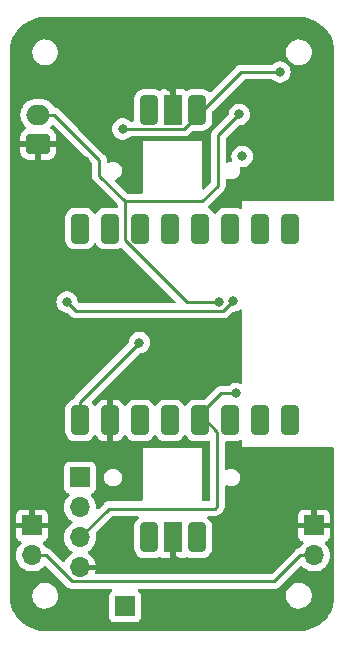
<source format=gbr>
%TF.GenerationSoftware,KiCad,Pcbnew,7.0.7*%
%TF.CreationDate,2024-09-13T10:44:57-05:00*%
%TF.ProjectId,OM-EPSC3-Micro,4f4d2d45-5053-4433-932d-4d6963726f2e,rev?*%
%TF.SameCoordinates,Original*%
%TF.FileFunction,Copper,L2,Bot*%
%TF.FilePolarity,Positive*%
%FSLAX46Y46*%
G04 Gerber Fmt 4.6, Leading zero omitted, Abs format (unit mm)*
G04 Created by KiCad (PCBNEW 7.0.7) date 2024-09-13 10:44:57*
%MOMM*%
%LPD*%
G01*
G04 APERTURE LIST*
G04 Aperture macros list*
%AMRoundRect*
0 Rectangle with rounded corners*
0 $1 Rounding radius*
0 $2 $3 $4 $5 $6 $7 $8 $9 X,Y pos of 4 corners*
0 Add a 4 corners polygon primitive as box body*
4,1,4,$2,$3,$4,$5,$6,$7,$8,$9,$2,$3,0*
0 Add four circle primitives for the rounded corners*
1,1,$1+$1,$2,$3*
1,1,$1+$1,$4,$5*
1,1,$1+$1,$6,$7*
1,1,$1+$1,$8,$9*
0 Add four rect primitives between the rounded corners*
20,1,$1+$1,$2,$3,$4,$5,0*
20,1,$1+$1,$4,$5,$6,$7,0*
20,1,$1+$1,$6,$7,$8,$9,0*
20,1,$1+$1,$8,$9,$2,$3,0*%
G04 Aperture macros list end*
%TA.AperFunction,ComponentPad*%
%ADD10R,1.700000X1.700000*%
%TD*%
%TA.AperFunction,ComponentPad*%
%ADD11RoundRect,0.381000X-0.381000X0.881000X-0.381000X-0.881000X0.381000X-0.881000X0.381000X0.881000X0*%
%TD*%
%TA.AperFunction,ComponentPad*%
%ADD12R,1.524000X2.524000*%
%TD*%
%TA.AperFunction,ComponentPad*%
%ADD13O,1.700000X1.700000*%
%TD*%
%TA.AperFunction,ComponentPad*%
%ADD14RoundRect,0.381000X0.381000X-0.881000X0.381000X0.881000X-0.381000X0.881000X-0.381000X-0.881000X0*%
%TD*%
%TA.AperFunction,ComponentPad*%
%ADD15O,2.000000X1.700000*%
%TD*%
%TA.AperFunction,ComponentPad*%
%ADD16RoundRect,0.250000X0.750000X-0.600000X0.750000X0.600000X-0.750000X0.600000X-0.750000X-0.600000X0*%
%TD*%
%TA.AperFunction,ViaPad*%
%ADD17C,0.800000*%
%TD*%
%TA.AperFunction,Conductor*%
%ADD18C,0.250000*%
%TD*%
G04 APERTURE END LIST*
D10*
%TO.P,J5,1,Pin_1*%
%TO.N,+5V*%
X218694000Y-141478000D03*
%TD*%
D11*
%TO.P,H1,1,VCC*%
%TO.N,+3V3*%
X224790000Y-99449000D03*
D12*
%TO.P,H1,2,GND*%
%TO.N,GND*%
X222758000Y-99449000D03*
D11*
%TO.P,H1,3,VOUT*%
%TO.N,hall_1*%
X220726000Y-99449000D03*
%TD*%
D10*
%TO.P,J3,1,Pin_1*%
%TO.N,GND*%
X234696000Y-134620000D03*
D13*
%TO.P,J3,2,Pin_2*%
%TO.N,RMT-BTN*%
X234696000Y-137160000D03*
%TD*%
D14*
%TO.P,H0,1,VCC*%
%TO.N,+3V3*%
X220726000Y-135628000D03*
D12*
%TO.P,H0,2,GND*%
%TO.N,GND*%
X222758000Y-135628000D03*
D14*
%TO.P,H0,3,VOUT*%
%TO.N,hall_0*%
X224790000Y-135628000D03*
%TD*%
D10*
%TO.P,J1,1,Pin_1*%
%TO.N,+3V3*%
X214884000Y-130556000D03*
D13*
%TO.P,J1,2,Pin_2*%
%TO.N,ADC3*%
X214884000Y-133096000D03*
%TO.P,J1,3,Pin_3*%
%TO.N,ADC2*%
X214884000Y-135636000D03*
%TO.P,J1,4,Pin_4*%
%TO.N,GND*%
X214884000Y-138176000D03*
%TD*%
D14*
%TO.P,U1,0,GPIO0*%
%TO.N,hall_0*%
X232664000Y-125722000D03*
%TO.P,U1,1,GPIO1*%
%TO.N,hall_1*%
X230124000Y-125722000D03*
%TO.P,U1,2,GPIO2*%
%TO.N,unconnected-(U1-GPIO2-Pad2)*%
X227584000Y-125722000D03*
%TO.P,U1,3,GPIO3*%
%TO.N,ADC2*%
X225044000Y-125722000D03*
%TO.P,U1,4,GPIO4*%
%TO.N,unconnected-(U1-GPIO4-Pad4)*%
X222504000Y-125722000D03*
%TO.P,U1,5,GPIO5*%
%TO.N,ADC3*%
X214884000Y-109482000D03*
%TO.P,U1,6,GPIO6*%
%TO.N,unconnected-(U1-GPIO6-Pad6)*%
X217424000Y-109482000D03*
%TO.P,U1,7,GPIO7*%
%TO.N,unconnected-(U1-GPIO7-Pad7)*%
X219964000Y-109482000D03*
%TO.P,U1,8,GPIO8*%
%TO.N,SDA*%
X222504000Y-109482000D03*
%TO.P,U1,9,GPIO9*%
%TO.N,SCL*%
X225044000Y-109482000D03*
%TO.P,U1,10,GPIO10*%
%TO.N,unconnected-(U1-GPIO10-Pad10)*%
X227584000Y-109482000D03*
%TO.P,U1,20,GPIO20*%
%TO.N,unconnected-(U1-GPIO20-Pad20)*%
X230124000Y-109482000D03*
%TO.P,U1,21,GPIO21*%
%TO.N,unconnected-(U1-GPIO21-Pad21)*%
X232664000Y-109482000D03*
%TO.P,U1,100,5V*%
%TO.N,+5V*%
X214884000Y-125722000D03*
%TO.P,U1,101,GND*%
%TO.N,GND*%
X217424000Y-125722000D03*
%TO.P,U1,102,3V3*%
%TO.N,+3V3*%
X219964000Y-125722000D03*
%TD*%
D15*
%TO.P,J4,1*%
%TO.N,+3V8*%
X211328000Y-99842000D03*
D16*
%TO.P,J4,2*%
%TO.N,GND*%
X211328000Y-102342000D03*
%TD*%
D10*
%TO.P,J2,1,Pin_1*%
%TO.N,GND*%
X210820000Y-134620000D03*
D13*
%TO.P,J2,2,Pin_2*%
%TO.N,RMT-BTN*%
X210820000Y-137160000D03*
%TD*%
D17*
%TO.N,GND*%
X229616000Y-99568000D03*
%TO.N,+3V8*%
X228346000Y-99822000D03*
%TO.N,*%
X228600000Y-103378000D03*
%TO.N,+3V3*%
X218489800Y-101041000D03*
X231801300Y-96232700D03*
%TO.N,GND*%
X216408000Y-99474600D03*
X228805000Y-133545300D03*
X222504000Y-97536000D03*
X227584000Y-95707800D03*
X232118700Y-103663200D03*
X233598800Y-129044100D03*
X211319300Y-107598200D03*
X223012000Y-137668000D03*
X226872300Y-134971900D03*
X215328600Y-103757000D03*
%TO.N,+5V*%
X219904700Y-119139000D03*
%TO.N,ADC2*%
X228092000Y-123444000D03*
%TO.N,+3V8*%
X226621900Y-115696500D03*
%TO.N,LDO_EN*%
X213765600Y-115696500D03*
X227806600Y-115636700D03*
%TD*%
D18*
%TO.N,+3V8*%
X225216777Y-107186000D02*
X218699400Y-107186000D01*
X218699400Y-107186000D02*
X218694000Y-107180600D01*
X226568000Y-101600000D02*
X226568000Y-105834777D01*
X228346000Y-99822000D02*
X226568000Y-101600000D01*
X226568000Y-105834777D02*
X225216777Y-107186000D01*
%TO.N,+3V3*%
X223698000Y-101041000D02*
X218489800Y-101041000D01*
X224790000Y-99949000D02*
X223698000Y-101041000D01*
X228506300Y-96232700D02*
X224790000Y-99949000D01*
X231801300Y-96232700D02*
X228506300Y-96232700D01*
%TO.N,+5V*%
X214884000Y-125222000D02*
X214884000Y-124159700D01*
X214884000Y-124159700D02*
X219904700Y-119139000D01*
%TO.N,ADC2*%
X214884000Y-135636000D02*
X217334000Y-133186000D01*
X226497000Y-132974000D02*
X226497000Y-126675000D01*
X226822000Y-123444000D02*
X228092000Y-123444000D01*
X225044000Y-125222000D02*
X226822000Y-123444000D01*
X226497000Y-126675000D02*
X225044000Y-125222000D01*
X226285000Y-133186000D02*
X226497000Y-132974000D01*
X217334000Y-133186000D02*
X226285000Y-133186000D01*
%TO.N,+3V8*%
X216511400Y-103698500D02*
X216511400Y-104998000D01*
X216511400Y-104998000D02*
X218694000Y-107180600D01*
X223908100Y-115696500D02*
X226621900Y-115696500D01*
X218694000Y-110482400D02*
X223908100Y-115696500D01*
X211328000Y-99842000D02*
X212654900Y-99842000D01*
X218694000Y-107180600D02*
X218694000Y-110482400D01*
X212654900Y-99842000D02*
X216511400Y-103698500D01*
%TO.N,RMT-BTN*%
X234696000Y-137160000D02*
X233519100Y-137160000D01*
X214198300Y-139361400D02*
X231317700Y-139361400D01*
X231317700Y-139361400D02*
X233519100Y-137160000D01*
X211996900Y-137160000D02*
X214198300Y-139361400D01*
X210820000Y-137160000D02*
X211996900Y-137160000D01*
%TO.N,LDO_EN*%
X226996700Y-116446600D02*
X214515700Y-116446600D01*
X214515700Y-116446600D02*
X213765600Y-115696500D01*
X227806600Y-115636700D02*
X226996700Y-116446600D01*
%TD*%
%TA.AperFunction,Conductor*%
%TO.N,GND*%
G36*
X233417409Y-91561693D02*
G01*
X233874202Y-91597731D01*
X233893407Y-91600776D01*
X234332378Y-91706204D01*
X234350831Y-91712196D01*
X234767714Y-91884700D01*
X234785133Y-91893577D01*
X235169391Y-92129307D01*
X235185118Y-92140744D01*
X235373662Y-92301903D01*
X235373671Y-92301911D01*
X235528261Y-92434047D01*
X235541952Y-92447738D01*
X235835254Y-92790881D01*
X235846691Y-92806608D01*
X236082422Y-93190867D01*
X236091304Y-93208296D01*
X236263804Y-93625167D01*
X236269797Y-93643621D01*
X236375226Y-94082595D01*
X236378271Y-94101801D01*
X236414307Y-94558590D01*
X236414499Y-94563468D01*
X236414500Y-97984901D01*
X236414500Y-107064000D01*
X236394815Y-107131039D01*
X236342011Y-107176794D01*
X236290500Y-107188000D01*
X228600000Y-107188000D01*
X228600000Y-107732062D01*
X228580315Y-107799101D01*
X228527511Y-107844856D01*
X228458353Y-107854800D01*
X228420906Y-107843150D01*
X228270778Y-107768694D01*
X228270776Y-107768693D01*
X228270775Y-107768693D01*
X228232939Y-107759283D01*
X228084708Y-107722419D01*
X228041658Y-107719500D01*
X228041657Y-107719500D01*
X227126344Y-107719501D01*
X227126343Y-107719501D01*
X227083298Y-107722418D01*
X227083297Y-107722418D01*
X226897221Y-107768694D01*
X226725456Y-107853881D01*
X226725453Y-107853883D01*
X226576010Y-107974009D01*
X226576009Y-107974010D01*
X226455883Y-108123453D01*
X226425088Y-108185547D01*
X226377667Y-108236859D01*
X226310032Y-108254388D01*
X226243657Y-108232569D01*
X226202912Y-108185547D01*
X226172116Y-108123453D01*
X226051990Y-107974010D01*
X226051989Y-107974009D01*
X225902546Y-107853883D01*
X225902543Y-107853881D01*
X225743645Y-107775076D01*
X225692332Y-107727655D01*
X225674802Y-107660020D01*
X225696622Y-107593645D01*
X225711052Y-107576313D01*
X226951787Y-106335579D01*
X226964042Y-106325763D01*
X226963859Y-106325541D01*
X226969866Y-106320569D01*
X226969877Y-106320563D01*
X227000775Y-106287659D01*
X227017227Y-106270141D01*
X227027671Y-106259695D01*
X227038120Y-106249248D01*
X227042379Y-106243755D01*
X227046152Y-106239338D01*
X227078062Y-106205359D01*
X227087715Y-106187797D01*
X227098389Y-106171547D01*
X227110673Y-106155713D01*
X227129180Y-106112944D01*
X227131749Y-106107701D01*
X227154196Y-106066870D01*
X227154197Y-106066869D01*
X227159177Y-106047468D01*
X227165478Y-106029065D01*
X227173438Y-106010673D01*
X227180730Y-105964626D01*
X227181911Y-105958929D01*
X227193500Y-105913796D01*
X227193500Y-105893751D01*
X227195025Y-105874368D01*
X227198160Y-105854581D01*
X227193772Y-105808171D01*
X227193499Y-105802376D01*
X227193499Y-105356745D01*
X227213184Y-105289708D01*
X227265988Y-105243953D01*
X227335146Y-105234009D01*
X227364425Y-105241969D01*
X227462479Y-105282058D01*
X227466326Y-105283965D01*
X227468709Y-105284768D01*
X227470839Y-105285577D01*
X227473089Y-105285929D01*
X227475902Y-105286478D01*
X227480113Y-105286726D01*
X227660563Y-105310910D01*
X227663305Y-105311476D01*
X227665009Y-105311657D01*
X227667977Y-105311328D01*
X227669535Y-105311231D01*
X227674016Y-105310296D01*
X227849914Y-105286722D01*
X227854128Y-105286473D01*
X227857019Y-105285908D01*
X227859162Y-105285569D01*
X227861199Y-105284792D01*
X227863879Y-105283880D01*
X227867648Y-105282005D01*
X228036246Y-105213074D01*
X228038731Y-105212251D01*
X228040389Y-105211513D01*
X228041297Y-105210854D01*
X228043418Y-105208986D01*
X228188059Y-105097005D01*
X228191822Y-105094513D01*
X228193067Y-105093404D01*
X228195469Y-105091471D01*
X228197402Y-105089069D01*
X228198514Y-105087821D01*
X228201012Y-105084050D01*
X228312781Y-104939683D01*
X228314386Y-104937878D01*
X228315547Y-104936283D01*
X228316179Y-104934877D01*
X228316994Y-104932446D01*
X228317078Y-104932242D01*
X228337782Y-104881597D01*
X228386109Y-104763391D01*
X228388060Y-104759442D01*
X228388615Y-104757773D01*
X228389633Y-104755117D01*
X228389866Y-104753659D01*
X228390049Y-104750927D01*
X228391660Y-104738909D01*
X228414945Y-104565171D01*
X228415519Y-104562334D01*
X228415663Y-104560971D01*
X228415548Y-104559871D01*
X228414957Y-104556919D01*
X228396469Y-104418971D01*
X228407074Y-104349911D01*
X228453332Y-104297548D01*
X228519370Y-104278500D01*
X228694644Y-104278500D01*
X228694646Y-104278500D01*
X228879803Y-104239144D01*
X229052730Y-104162151D01*
X229205871Y-104050888D01*
X229332533Y-103910216D01*
X229427179Y-103746284D01*
X229485674Y-103566256D01*
X229505460Y-103378000D01*
X229485674Y-103189744D01*
X229427179Y-103009716D01*
X229332533Y-102845784D01*
X229205871Y-102705112D01*
X229205870Y-102705111D01*
X229052734Y-102593851D01*
X229052729Y-102593848D01*
X228879807Y-102516857D01*
X228879802Y-102516855D01*
X228734000Y-102485865D01*
X228694646Y-102477500D01*
X228505354Y-102477500D01*
X228472897Y-102484398D01*
X228320197Y-102516855D01*
X228320192Y-102516857D01*
X228147270Y-102593848D01*
X228147265Y-102593851D01*
X227994129Y-102705111D01*
X227867466Y-102845785D01*
X227772821Y-103009715D01*
X227772818Y-103009722D01*
X227714327Y-103189740D01*
X227714326Y-103189744D01*
X227694540Y-103378000D01*
X227714326Y-103566256D01*
X227714327Y-103566259D01*
X227742351Y-103652508D01*
X227744346Y-103722349D01*
X227708266Y-103782182D01*
X227645565Y-103813010D01*
X227640891Y-103813727D01*
X227605210Y-103818509D01*
X227475069Y-103835950D01*
X227473109Y-103836080D01*
X227470858Y-103836508D01*
X227468782Y-103837225D01*
X227467007Y-103838091D01*
X227364426Y-103880031D01*
X227294923Y-103887182D01*
X227232588Y-103855621D01*
X227197211Y-103795369D01*
X227193499Y-103765254D01*
X227193499Y-102954301D01*
X227193499Y-101910448D01*
X227213184Y-101843413D01*
X227229813Y-101822776D01*
X228293771Y-100758818D01*
X228355094Y-100725334D01*
X228381452Y-100722500D01*
X228440644Y-100722500D01*
X228440646Y-100722500D01*
X228625803Y-100683144D01*
X228798730Y-100606151D01*
X228951871Y-100494888D01*
X229078533Y-100354216D01*
X229173179Y-100190284D01*
X229231674Y-100010256D01*
X229251460Y-99822000D01*
X229231674Y-99633744D01*
X229173179Y-99453716D01*
X229078533Y-99289784D01*
X228951871Y-99149112D01*
X228951870Y-99149111D01*
X228798734Y-99037851D01*
X228798729Y-99037848D01*
X228625807Y-98960857D01*
X228625802Y-98960855D01*
X228480000Y-98929865D01*
X228440646Y-98921500D01*
X228251354Y-98921500D01*
X228218897Y-98928398D01*
X228066197Y-98960855D01*
X228066192Y-98960857D01*
X227893270Y-99037848D01*
X227893265Y-99037851D01*
X227740129Y-99149111D01*
X227613466Y-99289785D01*
X227518821Y-99453715D01*
X227518818Y-99453722D01*
X227463995Y-99622451D01*
X227460326Y-99633744D01*
X227454688Y-99687388D01*
X227442679Y-99801649D01*
X227416094Y-99866263D01*
X227407039Y-99876368D01*
X226184208Y-101099199D01*
X226171951Y-101109020D01*
X226172134Y-101109241D01*
X226166123Y-101114213D01*
X226118772Y-101164636D01*
X226097889Y-101185518D01*
X226097877Y-101185532D01*
X226093621Y-101191017D01*
X226089837Y-101195447D01*
X226057937Y-101229418D01*
X226057936Y-101229420D01*
X226048284Y-101246976D01*
X226037610Y-101263226D01*
X226025329Y-101279061D01*
X226025324Y-101279068D01*
X226006815Y-101321838D01*
X226004245Y-101327084D01*
X225981803Y-101367906D01*
X225976822Y-101387307D01*
X225970521Y-101405710D01*
X225962562Y-101424102D01*
X225962561Y-101424105D01*
X225955271Y-101470127D01*
X225954087Y-101475846D01*
X225942501Y-101520972D01*
X225942499Y-101520984D01*
X225942499Y-101541020D01*
X225940973Y-101560411D01*
X225938945Y-101573216D01*
X225937840Y-101580196D01*
X225939096Y-101593486D01*
X225942225Y-101626583D01*
X225942500Y-101632421D01*
X225942499Y-105524324D01*
X225922814Y-105591363D01*
X225906180Y-105612005D01*
X225377181Y-106141004D01*
X225315858Y-106174489D01*
X225246166Y-106169505D01*
X225190233Y-106127633D01*
X225165816Y-106062169D01*
X225165500Y-106053323D01*
X225165500Y-102085760D01*
X225165528Y-102085617D01*
X225165524Y-102085617D01*
X225165539Y-102061003D01*
X225165541Y-102061001D01*
X225165462Y-102060809D01*
X225165384Y-102060619D01*
X225165382Y-102060617D01*
X225165099Y-102060501D01*
X225165000Y-102060460D01*
X225140446Y-102060460D01*
X225140240Y-102060501D01*
X220189760Y-102060501D01*
X220189554Y-102060460D01*
X220165000Y-102060460D01*
X220164901Y-102060501D01*
X220164617Y-102060617D01*
X220164615Y-102060619D01*
X220164459Y-102061000D01*
X220164476Y-102085617D01*
X220164471Y-102085617D01*
X220164500Y-102085760D01*
X220164500Y-106436500D01*
X220144815Y-106503539D01*
X220092011Y-106549294D01*
X220040500Y-106560500D01*
X219009853Y-106560500D01*
X218942814Y-106540815D01*
X218922172Y-106524181D01*
X217866331Y-105468340D01*
X217832846Y-105407017D01*
X217837830Y-105337325D01*
X217879702Y-105281392D01*
X217907085Y-105265882D01*
X217985042Y-105234009D01*
X218036246Y-105213074D01*
X218038731Y-105212251D01*
X218040389Y-105211513D01*
X218041299Y-105210854D01*
X218043429Y-105208978D01*
X218187761Y-105097237D01*
X218191258Y-105094936D01*
X218193726Y-105092787D01*
X218195417Y-105091418D01*
X218196786Y-105089727D01*
X218198935Y-105087259D01*
X218201236Y-105083762D01*
X218312981Y-104939424D01*
X218314853Y-104937300D01*
X218315512Y-104936390D01*
X218316250Y-104934732D01*
X218317075Y-104932242D01*
X218385875Y-104763964D01*
X218387802Y-104760117D01*
X218388669Y-104757563D01*
X218389632Y-104755076D01*
X218389873Y-104753585D01*
X218390051Y-104750926D01*
X218414939Y-104565219D01*
X218415565Y-104562136D01*
X218415682Y-104561082D01*
X218415682Y-104561018D01*
X218415579Y-104560009D01*
X218414956Y-104556908D01*
X218390725Y-104376114D01*
X218390477Y-104371903D01*
X218389928Y-104369090D01*
X218389576Y-104366840D01*
X218388767Y-104364710D01*
X218387965Y-104362330D01*
X218386057Y-104358481D01*
X218317037Y-104189662D01*
X218316346Y-104187588D01*
X218316333Y-104187562D01*
X218315475Y-104185647D01*
X218314770Y-104184657D01*
X218313175Y-104182827D01*
X218271206Y-104128618D01*
X218200944Y-104037860D01*
X218198849Y-104034705D01*
X218196248Y-104031673D01*
X218195378Y-104030608D01*
X218194331Y-104029744D01*
X218193535Y-104029053D01*
X218191844Y-104027924D01*
X218100995Y-103957590D01*
X218043163Y-103912817D01*
X218041587Y-103911443D01*
X218040337Y-103910552D01*
X218038894Y-103909888D01*
X218038639Y-103909762D01*
X218036618Y-103909078D01*
X217863043Y-103838112D01*
X217861321Y-103837270D01*
X217859126Y-103836504D01*
X217856896Y-103836081D01*
X217854928Y-103835950D01*
X217812533Y-103830268D01*
X217669112Y-103811047D01*
X217667044Y-103810631D01*
X217666691Y-103810607D01*
X217664999Y-103810438D01*
X217663289Y-103810602D01*
X217663101Y-103810614D01*
X217661006Y-103811031D01*
X217523895Y-103829406D01*
X217475069Y-103835950D01*
X217473109Y-103836080D01*
X217470858Y-103836508D01*
X217468782Y-103837225D01*
X217467007Y-103838091D01*
X217307827Y-103903172D01*
X217238324Y-103910322D01*
X217175989Y-103878760D01*
X217140612Y-103818509D01*
X217136900Y-103788394D01*
X217136900Y-103781242D01*
X217138624Y-103765622D01*
X217138339Y-103765595D01*
X217139073Y-103757833D01*
X217136900Y-103688672D01*
X217136900Y-103659156D01*
X217136900Y-103659150D01*
X217136031Y-103652279D01*
X217135573Y-103646452D01*
X217134110Y-103599873D01*
X217128519Y-103580630D01*
X217124573Y-103561578D01*
X217122064Y-103541708D01*
X217104904Y-103498367D01*
X217103024Y-103492879D01*
X217090018Y-103448110D01*
X217079822Y-103430870D01*
X217071261Y-103413394D01*
X217063887Y-103394770D01*
X217063886Y-103394768D01*
X217036479Y-103357045D01*
X217033288Y-103352186D01*
X217009572Y-103312083D01*
X217009565Y-103312074D01*
X216995406Y-103297915D01*
X216982768Y-103283119D01*
X216970994Y-103266913D01*
X216963996Y-103261124D01*
X216935088Y-103237209D01*
X216930776Y-103233286D01*
X214738491Y-101041000D01*
X217584340Y-101041000D01*
X217604126Y-101229256D01*
X217604127Y-101229259D01*
X217662618Y-101409277D01*
X217662621Y-101409284D01*
X217757267Y-101573216D01*
X217864233Y-101692013D01*
X217883929Y-101713888D01*
X218037065Y-101825148D01*
X218037070Y-101825151D01*
X218209992Y-101902142D01*
X218209997Y-101902144D01*
X218395154Y-101941500D01*
X218395155Y-101941500D01*
X218584444Y-101941500D01*
X218584446Y-101941500D01*
X218769603Y-101902144D01*
X218942530Y-101825151D01*
X219095671Y-101713888D01*
X219098588Y-101710647D01*
X219101400Y-101707526D01*
X219160887Y-101670879D01*
X219193548Y-101666500D01*
X223615257Y-101666500D01*
X223630877Y-101668224D01*
X223630904Y-101667939D01*
X223638660Y-101668671D01*
X223638667Y-101668673D01*
X223707814Y-101666500D01*
X223737350Y-101666500D01*
X223744228Y-101665630D01*
X223750041Y-101665172D01*
X223796627Y-101663709D01*
X223815869Y-101658117D01*
X223834912Y-101654174D01*
X223854792Y-101651664D01*
X223898122Y-101634507D01*
X223903646Y-101632617D01*
X223914402Y-101629492D01*
X223948390Y-101619618D01*
X223965629Y-101609422D01*
X223983103Y-101600862D01*
X224001727Y-101593488D01*
X224001727Y-101593487D01*
X224001732Y-101593486D01*
X224039449Y-101566082D01*
X224044305Y-101562892D01*
X224084420Y-101539170D01*
X224098589Y-101524999D01*
X224113379Y-101512368D01*
X224129587Y-101500594D01*
X224159299Y-101464676D01*
X224163212Y-101460376D01*
X224375770Y-101247818D01*
X224437094Y-101214333D01*
X224463452Y-101211499D01*
X225247657Y-101211499D01*
X225258417Y-101210769D01*
X225290704Y-101208581D01*
X225476775Y-101162307D01*
X225648547Y-101077116D01*
X225797990Y-100956990D01*
X225918116Y-100807547D01*
X226003307Y-100635775D01*
X226049581Y-100449704D01*
X226052500Y-100406657D01*
X226052499Y-99622450D01*
X226072183Y-99555412D01*
X226088813Y-99534775D01*
X228729071Y-96894519D01*
X228790395Y-96861034D01*
X228816753Y-96858200D01*
X231097552Y-96858200D01*
X231164591Y-96877885D01*
X231189700Y-96899226D01*
X231195426Y-96905585D01*
X231195430Y-96905589D01*
X231348565Y-97016848D01*
X231348570Y-97016851D01*
X231521492Y-97093842D01*
X231521497Y-97093844D01*
X231706654Y-97133200D01*
X231706655Y-97133200D01*
X231895944Y-97133200D01*
X231895946Y-97133200D01*
X232081103Y-97093844D01*
X232254030Y-97016851D01*
X232407171Y-96905588D01*
X232533833Y-96764916D01*
X232628479Y-96600984D01*
X232686974Y-96420956D01*
X232706760Y-96232700D01*
X232686974Y-96044444D01*
X232628479Y-95864416D01*
X232533833Y-95700484D01*
X232407171Y-95559812D01*
X232407170Y-95559811D01*
X232254034Y-95448551D01*
X232254029Y-95448548D01*
X232081107Y-95371557D01*
X232081102Y-95371555D01*
X231935301Y-95340565D01*
X231895946Y-95332200D01*
X231706654Y-95332200D01*
X231674197Y-95339098D01*
X231521497Y-95371555D01*
X231521492Y-95371557D01*
X231348570Y-95448548D01*
X231348565Y-95448551D01*
X231195430Y-95559810D01*
X231195426Y-95559814D01*
X231189700Y-95566174D01*
X231130213Y-95602821D01*
X231097552Y-95607200D01*
X228589043Y-95607200D01*
X228573422Y-95605475D01*
X228573396Y-95605761D01*
X228565634Y-95605027D01*
X228565633Y-95605027D01*
X228496486Y-95607200D01*
X228466949Y-95607200D01*
X228460066Y-95608069D01*
X228454249Y-95608526D01*
X228407673Y-95609990D01*
X228388429Y-95615581D01*
X228369379Y-95619525D01*
X228349511Y-95622034D01*
X228306184Y-95639188D01*
X228300658Y-95641079D01*
X228255914Y-95654079D01*
X228255910Y-95654081D01*
X228238666Y-95664279D01*
X228221205Y-95672833D01*
X228202574Y-95680210D01*
X228202562Y-95680217D01*
X228164870Y-95707602D01*
X228159987Y-95710809D01*
X228119880Y-95734529D01*
X228105714Y-95748695D01*
X228090924Y-95761327D01*
X228074714Y-95773104D01*
X228074711Y-95773107D01*
X228045010Y-95809009D01*
X228041077Y-95813331D01*
X225940632Y-97913776D01*
X225879309Y-97947261D01*
X225809617Y-97942277D01*
X225775264Y-97922742D01*
X225648546Y-97820883D01*
X225648543Y-97820881D01*
X225476778Y-97735694D01*
X225476776Y-97735693D01*
X225476775Y-97735693D01*
X225438939Y-97726283D01*
X225290708Y-97689419D01*
X225247658Y-97686500D01*
X225247657Y-97686500D01*
X224332344Y-97686501D01*
X224332343Y-97686501D01*
X224289298Y-97689418D01*
X224289297Y-97689418D01*
X224103223Y-97735693D01*
X223959980Y-97806736D01*
X223891175Y-97818888D01*
X223830574Y-97794915D01*
X223762088Y-97743646D01*
X223762086Y-97743645D01*
X223627379Y-97693403D01*
X223627372Y-97693401D01*
X223567844Y-97687000D01*
X223008000Y-97687000D01*
X223008000Y-99458325D01*
X222988315Y-99525364D01*
X222935511Y-99571119D01*
X222866353Y-99581063D01*
X222843739Y-99575607D01*
X222821580Y-99568000D01*
X222821578Y-99568000D01*
X222726431Y-99568000D01*
X222726430Y-99568000D01*
X222652408Y-99580351D01*
X222583043Y-99571968D01*
X222529222Y-99527415D01*
X222508031Y-99460836D01*
X222508000Y-99458042D01*
X222508000Y-97687000D01*
X221948155Y-97687000D01*
X221888627Y-97693401D01*
X221888620Y-97693403D01*
X221753913Y-97743645D01*
X221753911Y-97743646D01*
X221685426Y-97794915D01*
X221619962Y-97819332D01*
X221556020Y-97806736D01*
X221412776Y-97735693D01*
X221226708Y-97689419D01*
X221183658Y-97686500D01*
X221183657Y-97686500D01*
X220268344Y-97686501D01*
X220268343Y-97686501D01*
X220225298Y-97689418D01*
X220225297Y-97689418D01*
X220039221Y-97735694D01*
X219867456Y-97820881D01*
X219867453Y-97820883D01*
X219718010Y-97941009D01*
X219718009Y-97941010D01*
X219597883Y-98090453D01*
X219597881Y-98090456D01*
X219512694Y-98262221D01*
X219466419Y-98448291D01*
X219466419Y-98448296D01*
X219463500Y-98491343D01*
X219463500Y-99448530D01*
X219463501Y-100291500D01*
X219443816Y-100358539D01*
X219391013Y-100404294D01*
X219339501Y-100415500D01*
X219193548Y-100415500D01*
X219126509Y-100395815D01*
X219101400Y-100374474D01*
X219095673Y-100368114D01*
X219095669Y-100368110D01*
X218942534Y-100256851D01*
X218942529Y-100256848D01*
X218769607Y-100179857D01*
X218769602Y-100179855D01*
X218623800Y-100148865D01*
X218584446Y-100140500D01*
X218395154Y-100140500D01*
X218362697Y-100147398D01*
X218209997Y-100179855D01*
X218209992Y-100179857D01*
X218037070Y-100256848D01*
X218037065Y-100256851D01*
X217883929Y-100368111D01*
X217757266Y-100508785D01*
X217662621Y-100672715D01*
X217662618Y-100672722D01*
X217618811Y-100807547D01*
X217604126Y-100852744D01*
X217584340Y-101041000D01*
X214738491Y-101041000D01*
X213155703Y-99458212D01*
X213145880Y-99445950D01*
X213145659Y-99446134D01*
X213140686Y-99440123D01*
X213140685Y-99440122D01*
X213090264Y-99392773D01*
X213075826Y-99378335D01*
X213069375Y-99371883D01*
X213063886Y-99367625D01*
X213059461Y-99363847D01*
X213025482Y-99331938D01*
X213025480Y-99331936D01*
X213025477Y-99331935D01*
X213007929Y-99322288D01*
X212991663Y-99311604D01*
X212975833Y-99299325D01*
X212933068Y-99280818D01*
X212927822Y-99278248D01*
X212886993Y-99255803D01*
X212886992Y-99255802D01*
X212867593Y-99250822D01*
X212849181Y-99244518D01*
X212830798Y-99236562D01*
X212830792Y-99236560D01*
X212784774Y-99229272D01*
X212779052Y-99228087D01*
X212726363Y-99214560D01*
X212727025Y-99211981D01*
X212674754Y-99189182D01*
X212652767Y-99165217D01*
X212652033Y-99164169D01*
X212516495Y-98970599D01*
X212516493Y-98970596D01*
X212349402Y-98803505D01*
X212155830Y-98667965D01*
X212155828Y-98667964D01*
X212048746Y-98618031D01*
X211941663Y-98568097D01*
X211941659Y-98568096D01*
X211941655Y-98568094D01*
X211713413Y-98506938D01*
X211713403Y-98506936D01*
X211536966Y-98491500D01*
X211119034Y-98491500D01*
X210942596Y-98506936D01*
X210942586Y-98506938D01*
X210714344Y-98568094D01*
X210714335Y-98568098D01*
X210500171Y-98667964D01*
X210500169Y-98667965D01*
X210306597Y-98803505D01*
X210139506Y-98970597D01*
X210139501Y-98970604D01*
X210003967Y-99164165D01*
X210003965Y-99164169D01*
X209904098Y-99378335D01*
X209904094Y-99378344D01*
X209842938Y-99606586D01*
X209842936Y-99606596D01*
X209822341Y-99841999D01*
X209822341Y-99842000D01*
X209842936Y-100077403D01*
X209842938Y-100077413D01*
X209904094Y-100305655D01*
X209904096Y-100305659D01*
X209904097Y-100305663D01*
X209946136Y-100395815D01*
X210003964Y-100519828D01*
X210003965Y-100519830D01*
X210139505Y-100713402D01*
X210287067Y-100860964D01*
X210320552Y-100922287D01*
X210315568Y-100991979D01*
X210273696Y-101047912D01*
X210264483Y-101054183D01*
X210109659Y-101149680D01*
X210109655Y-101149683D01*
X209985684Y-101273654D01*
X209893643Y-101422875D01*
X209893641Y-101422880D01*
X209838494Y-101589302D01*
X209838493Y-101589309D01*
X209828000Y-101692013D01*
X209828000Y-102092000D01*
X210714653Y-102092000D01*
X210781692Y-102111685D01*
X210827447Y-102164489D01*
X210837391Y-102233647D01*
X210833631Y-102250933D01*
X210828000Y-102270111D01*
X210828000Y-102413888D01*
X210833631Y-102433067D01*
X210833630Y-102502936D01*
X210795855Y-102561714D01*
X210732299Y-102590738D01*
X210714653Y-102592000D01*
X209828001Y-102592000D01*
X209828001Y-102991986D01*
X209838494Y-103094697D01*
X209893641Y-103261119D01*
X209893643Y-103261124D01*
X209985684Y-103410345D01*
X210109654Y-103534315D01*
X210258875Y-103626356D01*
X210258880Y-103626358D01*
X210425302Y-103681505D01*
X210425309Y-103681506D01*
X210528019Y-103691999D01*
X211077999Y-103691999D01*
X211078000Y-103691998D01*
X211078000Y-102954301D01*
X211097685Y-102887262D01*
X211150489Y-102841507D01*
X211219647Y-102831563D01*
X211292237Y-102842000D01*
X211292238Y-102842000D01*
X211363762Y-102842000D01*
X211363763Y-102842000D01*
X211436353Y-102831563D01*
X211505512Y-102841507D01*
X211558315Y-102887262D01*
X211578000Y-102954301D01*
X211577999Y-103691998D01*
X211578000Y-103691999D01*
X212127972Y-103691999D01*
X212127986Y-103691998D01*
X212230697Y-103681505D01*
X212397119Y-103626358D01*
X212397124Y-103626356D01*
X212546345Y-103534315D01*
X212670315Y-103410345D01*
X212762356Y-103261124D01*
X212762358Y-103261119D01*
X212817505Y-103094697D01*
X212817506Y-103094690D01*
X212827999Y-102991986D01*
X212828000Y-102991973D01*
X212828000Y-102592000D01*
X211941347Y-102592000D01*
X211874308Y-102572315D01*
X211828553Y-102519511D01*
X211818609Y-102450353D01*
X211822369Y-102433067D01*
X211828000Y-102413888D01*
X211828000Y-102270111D01*
X211822369Y-102250933D01*
X211822370Y-102181064D01*
X211860145Y-102122286D01*
X211923701Y-102093262D01*
X211941347Y-102092000D01*
X212827999Y-102092000D01*
X212827999Y-101692028D01*
X212827998Y-101692013D01*
X212817505Y-101589302D01*
X212762358Y-101422880D01*
X212762356Y-101422875D01*
X212670315Y-101273654D01*
X212546344Y-101149683D01*
X212546340Y-101149680D01*
X212391516Y-101054183D01*
X212344791Y-101002235D01*
X212333570Y-100933273D01*
X212361413Y-100869191D01*
X212368932Y-100860964D01*
X212491422Y-100738474D01*
X212552745Y-100704989D01*
X212622437Y-100709973D01*
X212666784Y-100738474D01*
X215849582Y-103921272D01*
X215883066Y-103982593D01*
X215885900Y-104008951D01*
X215885900Y-104915255D01*
X215884175Y-104930872D01*
X215884461Y-104930899D01*
X215883726Y-104938665D01*
X215885900Y-105007814D01*
X215885900Y-105037343D01*
X215885901Y-105037360D01*
X215886768Y-105044231D01*
X215887226Y-105050050D01*
X215888690Y-105096624D01*
X215888691Y-105096627D01*
X215894280Y-105115867D01*
X215898224Y-105134911D01*
X215898319Y-105135658D01*
X215900736Y-105154791D01*
X215917890Y-105198119D01*
X215919782Y-105203647D01*
X215932781Y-105248388D01*
X215942980Y-105265634D01*
X215951536Y-105283100D01*
X215952657Y-105285929D01*
X215958914Y-105301732D01*
X215986298Y-105339423D01*
X215989506Y-105344307D01*
X216013227Y-105384416D01*
X216013233Y-105384424D01*
X216027390Y-105398580D01*
X216040028Y-105413376D01*
X216051805Y-105429586D01*
X216051806Y-105429587D01*
X216087709Y-105459288D01*
X216092020Y-105463210D01*
X217132350Y-106503539D01*
X218032181Y-107403370D01*
X218065666Y-107464693D01*
X218068500Y-107491051D01*
X218068500Y-107600008D01*
X218048815Y-107667047D01*
X217996011Y-107712802D01*
X217930185Y-107722266D01*
X217930150Y-107722789D01*
X217927706Y-107722623D01*
X217926853Y-107722746D01*
X217925279Y-107722509D01*
X217924713Y-107722420D01*
X217924706Y-107722419D01*
X217924704Y-107722419D01*
X217888039Y-107719932D01*
X217881658Y-107719500D01*
X217881657Y-107719500D01*
X216966344Y-107719501D01*
X216966343Y-107719501D01*
X216923298Y-107722418D01*
X216923297Y-107722418D01*
X216737221Y-107768694D01*
X216565456Y-107853881D01*
X216565453Y-107853883D01*
X216416010Y-107974009D01*
X216416009Y-107974010D01*
X216295883Y-108123453D01*
X216295881Y-108123457D01*
X216265086Y-108185548D01*
X216217665Y-108236860D01*
X216150029Y-108254388D01*
X216083654Y-108232568D01*
X216042911Y-108185547D01*
X216012116Y-108123453D01*
X215891990Y-107974010D01*
X215866036Y-107953147D01*
X215742546Y-107853883D01*
X215742543Y-107853881D01*
X215570778Y-107768694D01*
X215570776Y-107768693D01*
X215570775Y-107768693D01*
X215532939Y-107759283D01*
X215384708Y-107722419D01*
X215341658Y-107719500D01*
X215341657Y-107719500D01*
X214426344Y-107719501D01*
X214426343Y-107719501D01*
X214383298Y-107722418D01*
X214383297Y-107722418D01*
X214197221Y-107768694D01*
X214025456Y-107853881D01*
X214025453Y-107853883D01*
X213876010Y-107974009D01*
X213876009Y-107974010D01*
X213755883Y-108123453D01*
X213755881Y-108123456D01*
X213670694Y-108295221D01*
X213624419Y-108481291D01*
X213621500Y-108524342D01*
X213621501Y-110439656D01*
X213621501Y-110439657D01*
X213624418Y-110482701D01*
X213624418Y-110482702D01*
X213670694Y-110668778D01*
X213755881Y-110840543D01*
X213755883Y-110840546D01*
X213876009Y-110989989D01*
X213876010Y-110989990D01*
X214025453Y-111110116D01*
X214025456Y-111110118D01*
X214191959Y-111192695D01*
X214197225Y-111195307D01*
X214344517Y-111231937D01*
X214383291Y-111241580D01*
X214383292Y-111241580D01*
X214383296Y-111241581D01*
X214422336Y-111244228D01*
X214426342Y-111244500D01*
X214426342Y-111244499D01*
X214426343Y-111244500D01*
X215341656Y-111244499D01*
X215341657Y-111244499D01*
X215352417Y-111243769D01*
X215384704Y-111241581D01*
X215570775Y-111195307D01*
X215742547Y-111110116D01*
X215891990Y-110989990D01*
X216012116Y-110840547D01*
X216042911Y-110778453D01*
X216090333Y-110727140D01*
X216157968Y-110709610D01*
X216224343Y-110731430D01*
X216265088Y-110778453D01*
X216295881Y-110840543D01*
X216295883Y-110840546D01*
X216416009Y-110989989D01*
X216416010Y-110989990D01*
X216565453Y-111110116D01*
X216565456Y-111110118D01*
X216731959Y-111192695D01*
X216737225Y-111195307D01*
X216884517Y-111231937D01*
X216923291Y-111241580D01*
X216923292Y-111241580D01*
X216923296Y-111241581D01*
X216962336Y-111244228D01*
X216966342Y-111244500D01*
X216966342Y-111244499D01*
X216966343Y-111244500D01*
X217881656Y-111244499D01*
X217881657Y-111244499D01*
X217892417Y-111243769D01*
X217924704Y-111241581D01*
X218110775Y-111195307D01*
X218282547Y-111110116D01*
X218282550Y-111110113D01*
X218288207Y-111106498D01*
X218289056Y-111107826D01*
X218346109Y-111084270D01*
X218414854Y-111096754D01*
X218446904Y-111119894D01*
X222936428Y-115609419D01*
X222969913Y-115670742D01*
X222964929Y-115740434D01*
X222923057Y-115796367D01*
X222857593Y-115820784D01*
X222848747Y-115821100D01*
X214826153Y-115821100D01*
X214759114Y-115801415D01*
X214738472Y-115784781D01*
X214704560Y-115750869D01*
X214671075Y-115689546D01*
X214668923Y-115676168D01*
X214651274Y-115508244D01*
X214592779Y-115328216D01*
X214498133Y-115164284D01*
X214371471Y-115023612D01*
X214371470Y-115023611D01*
X214218334Y-114912351D01*
X214218329Y-114912348D01*
X214045407Y-114835357D01*
X214045402Y-114835355D01*
X213899601Y-114804365D01*
X213860246Y-114796000D01*
X213670954Y-114796000D01*
X213638497Y-114802898D01*
X213485797Y-114835355D01*
X213485792Y-114835357D01*
X213312870Y-114912348D01*
X213312865Y-114912351D01*
X213159729Y-115023611D01*
X213033066Y-115164285D01*
X212938421Y-115328215D01*
X212938418Y-115328222D01*
X212879927Y-115508240D01*
X212879926Y-115508244D01*
X212860140Y-115696500D01*
X212879926Y-115884756D01*
X212879927Y-115884759D01*
X212938418Y-116064777D01*
X212938421Y-116064784D01*
X213033067Y-116228716D01*
X213105112Y-116308730D01*
X213159729Y-116369388D01*
X213312865Y-116480648D01*
X213312870Y-116480651D01*
X213485792Y-116557642D01*
X213485797Y-116557644D01*
X213670954Y-116597000D01*
X213730148Y-116597000D01*
X213797187Y-116616685D01*
X213817829Y-116633319D01*
X214014894Y-116830384D01*
X214024719Y-116842648D01*
X214024940Y-116842466D01*
X214029910Y-116848473D01*
X214029913Y-116848476D01*
X214029914Y-116848477D01*
X214080351Y-116895841D01*
X214101230Y-116916720D01*
X214106704Y-116920966D01*
X214111142Y-116924756D01*
X214145118Y-116956662D01*
X214145122Y-116956664D01*
X214162673Y-116966313D01*
X214178931Y-116976992D01*
X214194764Y-116989274D01*
X214216715Y-116998772D01*
X214237537Y-117007783D01*
X214242781Y-117010352D01*
X214283608Y-117032797D01*
X214303012Y-117037779D01*
X214321410Y-117044078D01*
X214339805Y-117052038D01*
X214385829Y-117059326D01*
X214391532Y-117060507D01*
X214436681Y-117072100D01*
X214456716Y-117072100D01*
X214476113Y-117073626D01*
X214495896Y-117076760D01*
X214542283Y-117072375D01*
X214548122Y-117072100D01*
X226913957Y-117072100D01*
X226929577Y-117073824D01*
X226929604Y-117073539D01*
X226937360Y-117074271D01*
X226937367Y-117074273D01*
X227006514Y-117072100D01*
X227036050Y-117072100D01*
X227042928Y-117071230D01*
X227048741Y-117070772D01*
X227095327Y-117069309D01*
X227114569Y-117063717D01*
X227133612Y-117059774D01*
X227153492Y-117057264D01*
X227196822Y-117040107D01*
X227202346Y-117038217D01*
X227206096Y-117037127D01*
X227247090Y-117025218D01*
X227264329Y-117015022D01*
X227281803Y-117006462D01*
X227300427Y-116999088D01*
X227300427Y-116999087D01*
X227300432Y-116999086D01*
X227338149Y-116971682D01*
X227343005Y-116968492D01*
X227383120Y-116944770D01*
X227397289Y-116930599D01*
X227412079Y-116917968D01*
X227428287Y-116906194D01*
X227457999Y-116870276D01*
X227461912Y-116865976D01*
X227754372Y-116573516D01*
X227815694Y-116540034D01*
X227842052Y-116537200D01*
X227901244Y-116537200D01*
X227901246Y-116537200D01*
X228086403Y-116497844D01*
X228259330Y-116420851D01*
X228403117Y-116316383D01*
X228468921Y-116292905D01*
X228536975Y-116308730D01*
X228585670Y-116358836D01*
X228600000Y-116416703D01*
X228600000Y-122493512D01*
X228580315Y-122560551D01*
X228527511Y-122606306D01*
X228458353Y-122616250D01*
X228425565Y-122606792D01*
X228371802Y-122582855D01*
X228226000Y-122551865D01*
X228186646Y-122543500D01*
X227997354Y-122543500D01*
X227964897Y-122550398D01*
X227812197Y-122582855D01*
X227812192Y-122582857D01*
X227639270Y-122659848D01*
X227639265Y-122659851D01*
X227486130Y-122771110D01*
X227486126Y-122771114D01*
X227480400Y-122777474D01*
X227420913Y-122814121D01*
X227388252Y-122818500D01*
X226904743Y-122818500D01*
X226889122Y-122816775D01*
X226889095Y-122817061D01*
X226881333Y-122816326D01*
X226812172Y-122818500D01*
X226782649Y-122818500D01*
X226775778Y-122819367D01*
X226769959Y-122819825D01*
X226723374Y-122821289D01*
X226723368Y-122821290D01*
X226704126Y-122826880D01*
X226685087Y-122830823D01*
X226665217Y-122833334D01*
X226665203Y-122833337D01*
X226621883Y-122850488D01*
X226616358Y-122852380D01*
X226571613Y-122865380D01*
X226571610Y-122865381D01*
X226554366Y-122875579D01*
X226536905Y-122884133D01*
X226518274Y-122891510D01*
X226518262Y-122891517D01*
X226480570Y-122918902D01*
X226475687Y-122922109D01*
X226435580Y-122945829D01*
X226421414Y-122959995D01*
X226406624Y-122972627D01*
X226390414Y-122984404D01*
X226390411Y-122984407D01*
X226360710Y-123020309D01*
X226356777Y-123024631D01*
X225458227Y-123923181D01*
X225396904Y-123956666D01*
X225370546Y-123959500D01*
X224586344Y-123959501D01*
X224586343Y-123959501D01*
X224543298Y-123962418D01*
X224543297Y-123962418D01*
X224357221Y-124008694D01*
X224185456Y-124093881D01*
X224185453Y-124093883D01*
X224036010Y-124214009D01*
X224036009Y-124214010D01*
X223915883Y-124363453D01*
X223885088Y-124425547D01*
X223837667Y-124476859D01*
X223770032Y-124494388D01*
X223703657Y-124472569D01*
X223662912Y-124425547D01*
X223632116Y-124363453D01*
X223511990Y-124214010D01*
X223511989Y-124214009D01*
X223362546Y-124093883D01*
X223362543Y-124093881D01*
X223190778Y-124008694D01*
X223190776Y-124008693D01*
X223190775Y-124008693D01*
X223152939Y-123999283D01*
X223004708Y-123962419D01*
X222961658Y-123959500D01*
X222961657Y-123959500D01*
X222046344Y-123959501D01*
X222046343Y-123959501D01*
X222003298Y-123962418D01*
X222003297Y-123962418D01*
X221817221Y-124008694D01*
X221645456Y-124093881D01*
X221645453Y-124093883D01*
X221496010Y-124214009D01*
X221496009Y-124214010D01*
X221375883Y-124363453D01*
X221345088Y-124425547D01*
X221297667Y-124476859D01*
X221230032Y-124494388D01*
X221163657Y-124472569D01*
X221122912Y-124425547D01*
X221092116Y-124363453D01*
X220971990Y-124214010D01*
X220971989Y-124214009D01*
X220822546Y-124093883D01*
X220822543Y-124093881D01*
X220650778Y-124008694D01*
X220650776Y-124008693D01*
X220650775Y-124008693D01*
X220612939Y-123999283D01*
X220464708Y-123962419D01*
X220421658Y-123959500D01*
X220421657Y-123959500D01*
X219506344Y-123959501D01*
X219506343Y-123959501D01*
X219463298Y-123962418D01*
X219463297Y-123962418D01*
X219277221Y-124008694D01*
X219105456Y-124093881D01*
X219105453Y-124093883D01*
X218956010Y-124214009D01*
X218956009Y-124214010D01*
X218835884Y-124363452D01*
X218804808Y-124426111D01*
X218757386Y-124477423D01*
X218689751Y-124494951D01*
X218623376Y-124473131D01*
X218582631Y-124426109D01*
X218551690Y-124363722D01*
X218431634Y-124214366D01*
X218431633Y-124214365D01*
X218282274Y-124094307D01*
X218282275Y-124094307D01*
X218110602Y-124009165D01*
X217924638Y-123962918D01*
X217924641Y-123962918D01*
X217881608Y-123960000D01*
X217674000Y-123960000D01*
X217674000Y-124731325D01*
X217654315Y-124798364D01*
X217601511Y-124844119D01*
X217532353Y-124854063D01*
X217509739Y-124848607D01*
X217487580Y-124841000D01*
X217487578Y-124841000D01*
X217392431Y-124841000D01*
X217392430Y-124841000D01*
X217318407Y-124853351D01*
X217249042Y-124844968D01*
X217195220Y-124800415D01*
X217174030Y-124733836D01*
X217173999Y-124731042D01*
X217173999Y-123960000D01*
X216966394Y-123960001D01*
X216923366Y-123962917D01*
X216923365Y-123962917D01*
X216737397Y-124009165D01*
X216565724Y-124094307D01*
X216416366Y-124214365D01*
X216416365Y-124214366D01*
X216296307Y-124363724D01*
X216265367Y-124426110D01*
X216217946Y-124477423D01*
X216150310Y-124494951D01*
X216083935Y-124473131D01*
X216043191Y-124426109D01*
X216012118Y-124363456D01*
X216012116Y-124363453D01*
X215891990Y-124214010D01*
X215890815Y-124212835D01*
X215890326Y-124211940D01*
X215887778Y-124208770D01*
X215888346Y-124208313D01*
X215857330Y-124151512D01*
X215862314Y-124081820D01*
X215890813Y-124037475D01*
X219852471Y-120075819D01*
X219913795Y-120042334D01*
X219940153Y-120039500D01*
X219999344Y-120039500D01*
X219999346Y-120039500D01*
X220184503Y-120000144D01*
X220357430Y-119923151D01*
X220510571Y-119811888D01*
X220637233Y-119671216D01*
X220731879Y-119507284D01*
X220790374Y-119327256D01*
X220810160Y-119139000D01*
X220790374Y-118950744D01*
X220731879Y-118770716D01*
X220637233Y-118606784D01*
X220510571Y-118466112D01*
X220510570Y-118466111D01*
X220357434Y-118354851D01*
X220357429Y-118354848D01*
X220184507Y-118277857D01*
X220184502Y-118277855D01*
X220038701Y-118246865D01*
X219999346Y-118238500D01*
X219810054Y-118238500D01*
X219777597Y-118245398D01*
X219624897Y-118277855D01*
X219624892Y-118277857D01*
X219451970Y-118354848D01*
X219451965Y-118354851D01*
X219298829Y-118466111D01*
X219172166Y-118606785D01*
X219077521Y-118770715D01*
X219077518Y-118770722D01*
X219019027Y-118950740D01*
X219019026Y-118950744D01*
X219011105Y-119026105D01*
X219001378Y-119118651D01*
X218974793Y-119183266D01*
X218965738Y-119193370D01*
X214500208Y-123658899D01*
X214487951Y-123668720D01*
X214488134Y-123668941D01*
X214482123Y-123673913D01*
X214434772Y-123724336D01*
X214413889Y-123745218D01*
X214413877Y-123745232D01*
X214409621Y-123750717D01*
X214405837Y-123755147D01*
X214373937Y-123789118D01*
X214373936Y-123789120D01*
X214364284Y-123806676D01*
X214353610Y-123822926D01*
X214341329Y-123838761D01*
X214341324Y-123838768D01*
X214322815Y-123881538D01*
X214320245Y-123886784D01*
X214297800Y-123927611D01*
X214296652Y-123930513D01*
X214295142Y-123932447D01*
X214294045Y-123934444D01*
X214293722Y-123934266D01*
X214253669Y-123985596D01*
X214211293Y-124005193D01*
X214197231Y-124008690D01*
X214197221Y-124008694D01*
X214025456Y-124093881D01*
X214025453Y-124093883D01*
X213876010Y-124214009D01*
X213876009Y-124214010D01*
X213755883Y-124363453D01*
X213755881Y-124363456D01*
X213670694Y-124535221D01*
X213624419Y-124721291D01*
X213621500Y-124764342D01*
X213621501Y-126679656D01*
X213621501Y-126679657D01*
X213624418Y-126722701D01*
X213624418Y-126722702D01*
X213670694Y-126908778D01*
X213755881Y-127080543D01*
X213755883Y-127080546D01*
X213876009Y-127229989D01*
X213876010Y-127229990D01*
X214025453Y-127350116D01*
X214025456Y-127350118D01*
X214191959Y-127432695D01*
X214197225Y-127435307D01*
X214344517Y-127471937D01*
X214383291Y-127481580D01*
X214383292Y-127481580D01*
X214383296Y-127481581D01*
X214422336Y-127484228D01*
X214426342Y-127484500D01*
X214426342Y-127484499D01*
X214426343Y-127484500D01*
X215341656Y-127484499D01*
X215341657Y-127484499D01*
X215352417Y-127483769D01*
X215384704Y-127481581D01*
X215570775Y-127435307D01*
X215742547Y-127350116D01*
X215891990Y-127229990D01*
X216012116Y-127080547D01*
X216043192Y-127017887D01*
X216090611Y-126966577D01*
X216158246Y-126949047D01*
X216224622Y-126970867D01*
X216265367Y-127017890D01*
X216296305Y-127080272D01*
X216296307Y-127080274D01*
X216416365Y-127229633D01*
X216416366Y-127229634D01*
X216565725Y-127349692D01*
X216565724Y-127349692D01*
X216737397Y-127434834D01*
X216923361Y-127481081D01*
X216923358Y-127481081D01*
X216966391Y-127483999D01*
X217173999Y-127483999D01*
X217174000Y-127483998D01*
X217174000Y-125972000D01*
X217173999Y-125712674D01*
X217193683Y-125645635D01*
X217246487Y-125599880D01*
X217315646Y-125589936D01*
X217338263Y-125595393D01*
X217360421Y-125603000D01*
X217360422Y-125603000D01*
X217455568Y-125603000D01*
X217455569Y-125603000D01*
X217529590Y-125590648D01*
X217598954Y-125599030D01*
X217652776Y-125643583D01*
X217673967Y-125710161D01*
X217673999Y-125712957D01*
X217673999Y-127483998D01*
X217674001Y-127483999D01*
X217881607Y-127483999D01*
X217924632Y-127481082D01*
X217924634Y-127481082D01*
X218110602Y-127434834D01*
X218282275Y-127349692D01*
X218431633Y-127229634D01*
X218431634Y-127229633D01*
X218551692Y-127080275D01*
X218582631Y-127017891D01*
X218630052Y-126966578D01*
X218697686Y-126949047D01*
X218764062Y-126970866D01*
X218804808Y-127017889D01*
X218835883Y-127080546D01*
X218956009Y-127229989D01*
X218956010Y-127229990D01*
X219105453Y-127350116D01*
X219105456Y-127350118D01*
X219271959Y-127432695D01*
X219277225Y-127435307D01*
X219424517Y-127471937D01*
X219463291Y-127481580D01*
X219463292Y-127481580D01*
X219463296Y-127481581D01*
X219502336Y-127484228D01*
X219506342Y-127484500D01*
X219506342Y-127484499D01*
X219506343Y-127484500D01*
X220421656Y-127484499D01*
X220421657Y-127484499D01*
X220432417Y-127483769D01*
X220464704Y-127481581D01*
X220650775Y-127435307D01*
X220822547Y-127350116D01*
X220971990Y-127229990D01*
X221092116Y-127080547D01*
X221122911Y-127018453D01*
X221170333Y-126967140D01*
X221237968Y-126949610D01*
X221304343Y-126971430D01*
X221345088Y-127018453D01*
X221375881Y-127080543D01*
X221375883Y-127080546D01*
X221496009Y-127229989D01*
X221496010Y-127229990D01*
X221645453Y-127350116D01*
X221645456Y-127350118D01*
X221811959Y-127432695D01*
X221817225Y-127435307D01*
X221964517Y-127471937D01*
X222003291Y-127481580D01*
X222003292Y-127481580D01*
X222003296Y-127481581D01*
X222042336Y-127484228D01*
X222046342Y-127484500D01*
X222046342Y-127484499D01*
X222046343Y-127484500D01*
X222961656Y-127484499D01*
X222961657Y-127484499D01*
X222972417Y-127483769D01*
X223004704Y-127481581D01*
X223190775Y-127435307D01*
X223362547Y-127350116D01*
X223511990Y-127229990D01*
X223632116Y-127080547D01*
X223662911Y-127018453D01*
X223710333Y-126967140D01*
X223777968Y-126949610D01*
X223844343Y-126971430D01*
X223885088Y-127018453D01*
X223915881Y-127080543D01*
X223915883Y-127080546D01*
X224036009Y-127229989D01*
X224036010Y-127229990D01*
X224185453Y-127350116D01*
X224185456Y-127350118D01*
X224351959Y-127432695D01*
X224357225Y-127435307D01*
X224504517Y-127471937D01*
X224543291Y-127481580D01*
X224543292Y-127481580D01*
X224543296Y-127481581D01*
X224582336Y-127484228D01*
X224586342Y-127484500D01*
X224586342Y-127484499D01*
X224586343Y-127484500D01*
X225501656Y-127484499D01*
X225501657Y-127484499D01*
X225510265Y-127483915D01*
X225544704Y-127481581D01*
X225717577Y-127438589D01*
X225787382Y-127441513D01*
X225844528Y-127481713D01*
X225870869Y-127546427D01*
X225871500Y-127558924D01*
X225871500Y-132436500D01*
X225851815Y-132503539D01*
X225799011Y-132549294D01*
X225747500Y-132560500D01*
X225289500Y-132560500D01*
X225222461Y-132540815D01*
X225176706Y-132488011D01*
X225165500Y-132436500D01*
X225165500Y-128085757D01*
X225165528Y-128085614D01*
X225165524Y-128085614D01*
X225165539Y-128061000D01*
X225165541Y-128060998D01*
X225165462Y-128060806D01*
X225165384Y-128060616D01*
X225165382Y-128060614D01*
X225165099Y-128060498D01*
X225165000Y-128060457D01*
X225140446Y-128060457D01*
X225140240Y-128060498D01*
X220189760Y-128060498D01*
X220189554Y-128060457D01*
X220165000Y-128060457D01*
X220164901Y-128060498D01*
X220164617Y-128060614D01*
X220164615Y-128060616D01*
X220164459Y-128060997D01*
X220164476Y-128085614D01*
X220164471Y-128085614D01*
X220164500Y-128085757D01*
X220164500Y-132436500D01*
X220144815Y-132503539D01*
X220092011Y-132549294D01*
X220040500Y-132560500D01*
X217416737Y-132560500D01*
X217401120Y-132558776D01*
X217401093Y-132559062D01*
X217393331Y-132558327D01*
X217324203Y-132560500D01*
X217294650Y-132560500D01*
X217293929Y-132560590D01*
X217287757Y-132561369D01*
X217281945Y-132561826D01*
X217235373Y-132563290D01*
X217235372Y-132563290D01*
X217216129Y-132568881D01*
X217197079Y-132572825D01*
X217177211Y-132575334D01*
X217177209Y-132575335D01*
X217133884Y-132592488D01*
X217128357Y-132594380D01*
X217083610Y-132607381D01*
X217083609Y-132607382D01*
X217066367Y-132617579D01*
X217048899Y-132626137D01*
X217030269Y-132633513D01*
X217030267Y-132633514D01*
X216992576Y-132660898D01*
X216987694Y-132664105D01*
X216947579Y-132687830D01*
X216933408Y-132702000D01*
X216918623Y-132714628D01*
X216902412Y-132726407D01*
X216872709Y-132762310D01*
X216868777Y-132766631D01*
X216451340Y-133184067D01*
X216390017Y-133217552D01*
X216320325Y-133212568D01*
X216264392Y-133170696D01*
X216239975Y-133105232D01*
X216239659Y-133096386D01*
X216239659Y-133095999D01*
X216226405Y-132944507D01*
X216219063Y-132860592D01*
X216157903Y-132632337D01*
X216058035Y-132418171D01*
X215922495Y-132224599D01*
X215800567Y-132102671D01*
X215767084Y-132041351D01*
X215772068Y-131971659D01*
X215813939Y-131915725D01*
X215844915Y-131898810D01*
X215976331Y-131849796D01*
X216091546Y-131763546D01*
X216177796Y-131648331D01*
X216228091Y-131513483D01*
X216234500Y-131453873D01*
X216234500Y-130561017D01*
X216914438Y-130561017D01*
X216914605Y-130562692D01*
X216914622Y-130562946D01*
X216915030Y-130564993D01*
X216930393Y-130679625D01*
X216939273Y-130745881D01*
X216939949Y-130750919D01*
X216940087Y-130752988D01*
X216940226Y-130753700D01*
X216940475Y-130755175D01*
X216941024Y-130756641D01*
X216941212Y-130757189D01*
X216942088Y-130758986D01*
X217013077Y-130932616D01*
X217013761Y-130934637D01*
X217013887Y-130934892D01*
X217014551Y-130936335D01*
X217015447Y-130937591D01*
X217016820Y-130939167D01*
X217132035Y-131087985D01*
X217133305Y-131089875D01*
X217134575Y-131091421D01*
X217136362Y-131092872D01*
X217136370Y-131092879D01*
X217138143Y-131094063D01*
X217286558Y-131208966D01*
X217288188Y-131210402D01*
X217288254Y-131210446D01*
X217289738Y-131211504D01*
X217291419Y-131212263D01*
X217293433Y-131212943D01*
X217406227Y-131259055D01*
X217466905Y-131283863D01*
X217469065Y-131284920D01*
X217470890Y-131285607D01*
X217472633Y-131285884D01*
X217475071Y-131286046D01*
X217660812Y-131310940D01*
X217663640Y-131311513D01*
X217665068Y-131311659D01*
X217666300Y-131311524D01*
X217669170Y-131310943D01*
X217849901Y-131286719D01*
X217854314Y-131286458D01*
X217856628Y-131285993D01*
X217859219Y-131285584D01*
X217861686Y-131284635D01*
X217863618Y-131283987D01*
X217867525Y-131282051D01*
X217918336Y-131261278D01*
X218036237Y-131213076D01*
X218038726Y-131212252D01*
X218040389Y-131211512D01*
X218041304Y-131210848D01*
X218043433Y-131208974D01*
X218047818Y-131205579D01*
X218188050Y-131097009D01*
X218191821Y-131094510D01*
X218193069Y-131093399D01*
X218195471Y-131091466D01*
X218197404Y-131089064D01*
X218198517Y-131087814D01*
X218201017Y-131084042D01*
X218209142Y-131073546D01*
X218312789Y-130939667D01*
X218314389Y-130937869D01*
X218315545Y-130936280D01*
X218316179Y-130934868D01*
X218316993Y-130932442D01*
X218385930Y-130763827D01*
X218386001Y-130763652D01*
X218387879Y-130759878D01*
X218388791Y-130757197D01*
X218389568Y-130755160D01*
X218389907Y-130753017D01*
X218390478Y-130750092D01*
X218390729Y-130745881D01*
X218392251Y-130734555D01*
X218392251Y-130734497D01*
X218414295Y-130570014D01*
X218415230Y-130565533D01*
X218415327Y-130563975D01*
X218415663Y-130560948D01*
X218415538Y-130559750D01*
X218414942Y-130556807D01*
X218390725Y-130376111D01*
X218390477Y-130371900D01*
X218389928Y-130369087D01*
X218389576Y-130366837D01*
X218388767Y-130364707D01*
X218387966Y-130362328D01*
X218386059Y-130358483D01*
X218316952Y-130189453D01*
X218316270Y-130187430D01*
X218315504Y-130185736D01*
X218314446Y-130184252D01*
X218314402Y-130184186D01*
X218312966Y-130182556D01*
X218200949Y-130037865D01*
X218198848Y-130034701D01*
X218196249Y-130031671D01*
X218195364Y-130030588D01*
X218194240Y-130029657D01*
X218193734Y-130029214D01*
X218192035Y-130028070D01*
X218043174Y-129912821D01*
X218041594Y-129911444D01*
X218040337Y-129910548D01*
X218038894Y-129909884D01*
X218038645Y-129909761D01*
X218036621Y-129909076D01*
X217862976Y-129838084D01*
X217861179Y-129837207D01*
X217860643Y-129837024D01*
X217859177Y-129836475D01*
X217857702Y-129836226D01*
X217856987Y-129836086D01*
X217854929Y-129835949D01*
X217668760Y-129810996D01*
X217666699Y-129810594D01*
X217665032Y-129810432D01*
X217663329Y-129810588D01*
X217661236Y-129810997D01*
X217540532Y-129827175D01*
X217475069Y-129835949D01*
X217473109Y-129836079D01*
X217470858Y-129836507D01*
X217468791Y-129837221D01*
X217467012Y-129838089D01*
X217411679Y-129860710D01*
X217293280Y-129909115D01*
X217291382Y-129909761D01*
X217289749Y-129910550D01*
X217288552Y-129911353D01*
X217287079Y-129912624D01*
X217137830Y-130028174D01*
X217136158Y-130029306D01*
X217135765Y-130029651D01*
X217134609Y-130030608D01*
X217133652Y-130031764D01*
X217133304Y-130032161D01*
X217132178Y-130033823D01*
X217016623Y-130183081D01*
X217015359Y-130184546D01*
X217014553Y-130185747D01*
X217013764Y-130187380D01*
X217013120Y-130189272D01*
X216942020Y-130363176D01*
X216941188Y-130364893D01*
X216940504Y-130366866D01*
X216940074Y-130369196D01*
X216939949Y-130371072D01*
X216915014Y-130557118D01*
X216914602Y-130559209D01*
X216914594Y-130559340D01*
X216914438Y-130561017D01*
X216234500Y-130561017D01*
X216234499Y-129658128D01*
X216228091Y-129598517D01*
X216177796Y-129463669D01*
X216177795Y-129463668D01*
X216177793Y-129463664D01*
X216091547Y-129348455D01*
X216091544Y-129348452D01*
X215976335Y-129262206D01*
X215976328Y-129262202D01*
X215841482Y-129211908D01*
X215841483Y-129211908D01*
X215781883Y-129205501D01*
X215781881Y-129205500D01*
X215781873Y-129205500D01*
X215781864Y-129205500D01*
X213986129Y-129205500D01*
X213986123Y-129205501D01*
X213926516Y-129211908D01*
X213791671Y-129262202D01*
X213791664Y-129262206D01*
X213676455Y-129348452D01*
X213676452Y-129348455D01*
X213590206Y-129463664D01*
X213590202Y-129463671D01*
X213539908Y-129598517D01*
X213533501Y-129658116D01*
X213533501Y-129658123D01*
X213533500Y-129658135D01*
X213533500Y-131453870D01*
X213533501Y-131453876D01*
X213539908Y-131513483D01*
X213590202Y-131648328D01*
X213590206Y-131648335D01*
X213676452Y-131763544D01*
X213676455Y-131763547D01*
X213791664Y-131849793D01*
X213791671Y-131849797D01*
X213923081Y-131898810D01*
X213979015Y-131940681D01*
X214003432Y-132006145D01*
X213988580Y-132074418D01*
X213967430Y-132102673D01*
X213845503Y-132224600D01*
X213709965Y-132418169D01*
X213709964Y-132418171D01*
X213610098Y-132632335D01*
X213610094Y-132632344D01*
X213548938Y-132860586D01*
X213548936Y-132860596D01*
X213528341Y-133095999D01*
X213528341Y-133096000D01*
X213548936Y-133331403D01*
X213548938Y-133331413D01*
X213610094Y-133559655D01*
X213610096Y-133559659D01*
X213610097Y-133559663D01*
X213693484Y-133738486D01*
X213709965Y-133773830D01*
X213709967Y-133773834D01*
X213845501Y-133967395D01*
X213845506Y-133967402D01*
X214012597Y-134134493D01*
X214012603Y-134134498D01*
X214198158Y-134264425D01*
X214241783Y-134319002D01*
X214248977Y-134388500D01*
X214217454Y-134450855D01*
X214198158Y-134467575D01*
X214012597Y-134597505D01*
X213845505Y-134764597D01*
X213709965Y-134958169D01*
X213709964Y-134958171D01*
X213610098Y-135172335D01*
X213610094Y-135172344D01*
X213548938Y-135400586D01*
X213548936Y-135400596D01*
X213528341Y-135635999D01*
X213528341Y-135636000D01*
X213548936Y-135871403D01*
X213548938Y-135871413D01*
X213610094Y-136099655D01*
X213610096Y-136099659D01*
X213610097Y-136099663D01*
X213641163Y-136166284D01*
X213709965Y-136313830D01*
X213709967Y-136313834D01*
X213845501Y-136507395D01*
X213845506Y-136507402D01*
X214012597Y-136674493D01*
X214012603Y-136674498D01*
X214049601Y-136700404D01*
X214144038Y-136766530D01*
X214198594Y-136804730D01*
X214242219Y-136859307D01*
X214249413Y-136928805D01*
X214217890Y-136991160D01*
X214198595Y-137007880D01*
X214012922Y-137137890D01*
X214012920Y-137137891D01*
X213845891Y-137304920D01*
X213845886Y-137304926D01*
X213710400Y-137498420D01*
X213710399Y-137498422D01*
X213629258Y-137672428D01*
X213583085Y-137724867D01*
X213515891Y-137744019D01*
X213449010Y-137723803D01*
X213429195Y-137707704D01*
X212497703Y-136776212D01*
X212487880Y-136763950D01*
X212487659Y-136764134D01*
X212482686Y-136758123D01*
X212464059Y-136740631D01*
X212432264Y-136710773D01*
X212417826Y-136696335D01*
X212411375Y-136689883D01*
X212405886Y-136685625D01*
X212401461Y-136681847D01*
X212367482Y-136649938D01*
X212367480Y-136649936D01*
X212367477Y-136649935D01*
X212349929Y-136640288D01*
X212333663Y-136629604D01*
X212332503Y-136628704D01*
X212317836Y-136617327D01*
X212317835Y-136617326D01*
X212317833Y-136617325D01*
X212275068Y-136598818D01*
X212269822Y-136596248D01*
X212228993Y-136573803D01*
X212228992Y-136573802D01*
X212209593Y-136568822D01*
X212191181Y-136562518D01*
X212172798Y-136554562D01*
X212172792Y-136554560D01*
X212126774Y-136547272D01*
X212121052Y-136546087D01*
X212068363Y-136532560D01*
X212069025Y-136529981D01*
X212016754Y-136507182D01*
X211994767Y-136483217D01*
X211994033Y-136482169D01*
X211858495Y-136288599D01*
X211736179Y-136166283D01*
X211702696Y-136104963D01*
X211707680Y-136035271D01*
X211749551Y-135979337D01*
X211780529Y-135962422D01*
X211912086Y-135913354D01*
X211912093Y-135913350D01*
X212027187Y-135827190D01*
X212027190Y-135827187D01*
X212113350Y-135712093D01*
X212113354Y-135712086D01*
X212163596Y-135577379D01*
X212163598Y-135577372D01*
X212169999Y-135517844D01*
X212170000Y-135517827D01*
X212170000Y-134870000D01*
X211433347Y-134870000D01*
X211366308Y-134850315D01*
X211320553Y-134797511D01*
X211310609Y-134728353D01*
X211314369Y-134711067D01*
X211320000Y-134691888D01*
X211320000Y-134548111D01*
X211314369Y-134528933D01*
X211314370Y-134459064D01*
X211352145Y-134400286D01*
X211415701Y-134371262D01*
X211433347Y-134370000D01*
X212170000Y-134370000D01*
X212170000Y-133722172D01*
X212169999Y-133722155D01*
X212163598Y-133662627D01*
X212163596Y-133662620D01*
X212113354Y-133527913D01*
X212113350Y-133527906D01*
X212027190Y-133412812D01*
X212027187Y-133412809D01*
X211912093Y-133326649D01*
X211912086Y-133326645D01*
X211777379Y-133276403D01*
X211777372Y-133276401D01*
X211717844Y-133270000D01*
X211070000Y-133270000D01*
X211070000Y-134007698D01*
X211050315Y-134074737D01*
X210997511Y-134120492D01*
X210928355Y-134130436D01*
X210855766Y-134120000D01*
X210855763Y-134120000D01*
X210784237Y-134120000D01*
X210784233Y-134120000D01*
X210711644Y-134130436D01*
X210642486Y-134120492D01*
X210589683Y-134074736D01*
X210569999Y-134007698D01*
X210570000Y-133270000D01*
X209922155Y-133270000D01*
X209862627Y-133276401D01*
X209862620Y-133276403D01*
X209727913Y-133326645D01*
X209727906Y-133326649D01*
X209612812Y-133412809D01*
X209612809Y-133412812D01*
X209526649Y-133527906D01*
X209526645Y-133527913D01*
X209476403Y-133662620D01*
X209476401Y-133662627D01*
X209470000Y-133722155D01*
X209470000Y-134370000D01*
X210206653Y-134370000D01*
X210273692Y-134389685D01*
X210319447Y-134442489D01*
X210329391Y-134511647D01*
X210325631Y-134528933D01*
X210320000Y-134548111D01*
X210320000Y-134691888D01*
X210325631Y-134711067D01*
X210325630Y-134780936D01*
X210287855Y-134839714D01*
X210224299Y-134868738D01*
X210206653Y-134870000D01*
X209470000Y-134870000D01*
X209470000Y-135517844D01*
X209476401Y-135577372D01*
X209476403Y-135577379D01*
X209526645Y-135712086D01*
X209526649Y-135712093D01*
X209612809Y-135827187D01*
X209612812Y-135827190D01*
X209727906Y-135913350D01*
X209727913Y-135913354D01*
X209859470Y-135962421D01*
X209915403Y-136004292D01*
X209939821Y-136069756D01*
X209924970Y-136138029D01*
X209903819Y-136166284D01*
X209781503Y-136288600D01*
X209645965Y-136482169D01*
X209645964Y-136482171D01*
X209546098Y-136696335D01*
X209546094Y-136696344D01*
X209484938Y-136924586D01*
X209484936Y-136924596D01*
X209464341Y-137159999D01*
X209464341Y-137160000D01*
X209484936Y-137395403D01*
X209484938Y-137395413D01*
X209546094Y-137623655D01*
X209546096Y-137623659D01*
X209546097Y-137623663D01*
X209602220Y-137744019D01*
X209645965Y-137837830D01*
X209645967Y-137837834D01*
X209707702Y-137926000D01*
X209781505Y-138031401D01*
X209948599Y-138198495D01*
X210019141Y-138247889D01*
X210142165Y-138334032D01*
X210142167Y-138334033D01*
X210142170Y-138334035D01*
X210356337Y-138433903D01*
X210584592Y-138495063D01*
X210772918Y-138511539D01*
X210819999Y-138515659D01*
X210820000Y-138515659D01*
X210820001Y-138515659D01*
X210859234Y-138512226D01*
X211055408Y-138495063D01*
X211283663Y-138433903D01*
X211497830Y-138334035D01*
X211691401Y-138198495D01*
X211833422Y-138056474D01*
X211894745Y-138022989D01*
X211964437Y-138027973D01*
X212008784Y-138056474D01*
X213697494Y-139745184D01*
X213707319Y-139757448D01*
X213707540Y-139757266D01*
X213712510Y-139763273D01*
X213712513Y-139763276D01*
X213712514Y-139763277D01*
X213762951Y-139810641D01*
X213783830Y-139831520D01*
X213789304Y-139835766D01*
X213793742Y-139839556D01*
X213827718Y-139871462D01*
X213827722Y-139871464D01*
X213845273Y-139881113D01*
X213861531Y-139891792D01*
X213877364Y-139904074D01*
X213892159Y-139910476D01*
X213920137Y-139922583D01*
X213925381Y-139925152D01*
X213966208Y-139947597D01*
X213985612Y-139952579D01*
X214004010Y-139958878D01*
X214022405Y-139966838D01*
X214068429Y-139974126D01*
X214074132Y-139975307D01*
X214119281Y-139986900D01*
X214139316Y-139986900D01*
X214158713Y-139988426D01*
X214178496Y-139991560D01*
X214224883Y-139987175D01*
X214230722Y-139986900D01*
X217492676Y-139986900D01*
X217559715Y-140006585D01*
X217605470Y-140059389D01*
X217615414Y-140128547D01*
X217586389Y-140192103D01*
X217566988Y-140210166D01*
X217486452Y-140270455D01*
X217400206Y-140385664D01*
X217400202Y-140385671D01*
X217349908Y-140520517D01*
X217345117Y-140565084D01*
X217343501Y-140580123D01*
X217343500Y-140580135D01*
X217343500Y-142375870D01*
X217343501Y-142375876D01*
X217349908Y-142435483D01*
X217400202Y-142570328D01*
X217400206Y-142570335D01*
X217486452Y-142685544D01*
X217486455Y-142685547D01*
X217601664Y-142771793D01*
X217601671Y-142771797D01*
X217736517Y-142822091D01*
X217736516Y-142822091D01*
X217743444Y-142822835D01*
X217796127Y-142828500D01*
X219591872Y-142828499D01*
X219651483Y-142822091D01*
X219786331Y-142771796D01*
X219901546Y-142685546D01*
X219987796Y-142570331D01*
X220038091Y-142435483D01*
X220044500Y-142375873D01*
X220044499Y-140580128D01*
X220042443Y-140561004D01*
X232314490Y-140561004D01*
X232314649Y-140563187D01*
X232315018Y-140565084D01*
X232349000Y-140831113D01*
X232349128Y-140833139D01*
X232349221Y-140833625D01*
X232349463Y-140835119D01*
X232349973Y-140836516D01*
X232350281Y-140837436D01*
X232351118Y-140839192D01*
X232406615Y-140979859D01*
X232406620Y-140979870D01*
X232447284Y-141082942D01*
X232448427Y-141086576D01*
X232450552Y-141091248D01*
X232451848Y-141093238D01*
X232453080Y-141094714D01*
X232610061Y-141310800D01*
X232611161Y-141312557D01*
X232611521Y-141312995D01*
X232612580Y-141314369D01*
X232613880Y-141315502D01*
X232616268Y-141317711D01*
X232619510Y-141320023D01*
X232822270Y-141487566D01*
X232823852Y-141489073D01*
X232824006Y-141489185D01*
X232825715Y-141490518D01*
X232827659Y-141491478D01*
X232830170Y-141492837D01*
X232833974Y-141494298D01*
X233070839Y-141605595D01*
X233072626Y-141606592D01*
X233073234Y-141606836D01*
X233074802Y-141607520D01*
X233076422Y-141607872D01*
X233079970Y-141608749D01*
X233083861Y-141609204D01*
X233341700Y-141658682D01*
X233344161Y-141659332D01*
X233345943Y-141659625D01*
X233348627Y-141659500D01*
X233351203Y-141659494D01*
X233355379Y-141658918D01*
X233616710Y-141642765D01*
X233618813Y-141642780D01*
X233619179Y-141642736D01*
X233621103Y-141642562D01*
X233622937Y-141642017D01*
X233623348Y-141641908D01*
X233625292Y-141641116D01*
X233873556Y-141559625D01*
X233877083Y-141558777D01*
X233881976Y-141556931D01*
X233883266Y-141556479D01*
X233884548Y-141555711D01*
X233888182Y-141553661D01*
X233891235Y-141551395D01*
X234108558Y-141414283D01*
X234112181Y-141412351D01*
X234114786Y-141410491D01*
X234116353Y-141409446D01*
X234117679Y-141408103D01*
X234120170Y-141405733D01*
X234122725Y-141402573D01*
X234298916Y-141215196D01*
X234302162Y-141212229D01*
X234303590Y-141210502D01*
X234305510Y-141208391D01*
X234306940Y-141205908D01*
X234308067Y-141204145D01*
X234309925Y-141200073D01*
X234407208Y-141023057D01*
X234407217Y-141023049D01*
X234434014Y-140974286D01*
X234436275Y-140970805D01*
X234437600Y-140968019D01*
X234438551Y-140966183D01*
X234439113Y-140964181D01*
X234439959Y-140961529D01*
X234440690Y-140957451D01*
X234504191Y-140708123D01*
X234505407Y-140704502D01*
X234506210Y-140700528D01*
X234506552Y-140699033D01*
X234506597Y-140697459D01*
X234506642Y-140696650D01*
X234506500Y-140694617D01*
X234506500Y-140431844D01*
X234506770Y-140428037D01*
X234506582Y-140424387D01*
X234506545Y-140422954D01*
X234506236Y-140421575D01*
X234505512Y-140417932D01*
X234504285Y-140414239D01*
X234497009Y-140385671D01*
X234440667Y-140164453D01*
X234439974Y-140160602D01*
X234438976Y-140157413D01*
X234438524Y-140155808D01*
X234437767Y-140154320D01*
X234437488Y-140153731D01*
X234436358Y-140151974D01*
X234309752Y-139921608D01*
X234308025Y-139917850D01*
X234306577Y-139915550D01*
X234305473Y-139913645D01*
X234304011Y-139912004D01*
X234303966Y-139911949D01*
X234302376Y-139910478D01*
X234119207Y-139715679D01*
X234117866Y-139714048D01*
X234116430Y-139712598D01*
X234114760Y-139711477D01*
X234114405Y-139711221D01*
X234112517Y-139710209D01*
X233886929Y-139567882D01*
X233885531Y-139566858D01*
X233883211Y-139565529D01*
X233877697Y-139563469D01*
X233874443Y-139562660D01*
X233715295Y-139510421D01*
X233624904Y-139480751D01*
X233623149Y-139480049D01*
X233621094Y-139479493D01*
X233619080Y-139479258D01*
X233617175Y-139479258D01*
X233350280Y-139462761D01*
X233348324Y-139462506D01*
X233347469Y-139462500D01*
X233345933Y-139462447D01*
X233344337Y-139462695D01*
X233344120Y-139462722D01*
X233342140Y-139463229D01*
X233336814Y-139464250D01*
X233336803Y-139464254D01*
X233078762Y-139513769D01*
X233076841Y-139514014D01*
X233076156Y-139514186D01*
X233075016Y-139514442D01*
X233074976Y-139514461D01*
X233072897Y-139515296D01*
X233071164Y-139516250D01*
X232829517Y-139629790D01*
X232827694Y-139630504D01*
X232825731Y-139631559D01*
X232823963Y-139632863D01*
X232822532Y-139634212D01*
X232615803Y-139805035D01*
X232614234Y-139806170D01*
X232612632Y-139807646D01*
X232611205Y-139809410D01*
X232610191Y-139811017D01*
X232452889Y-140027543D01*
X232451701Y-140028980D01*
X232450550Y-140030750D01*
X232449482Y-140033138D01*
X232448940Y-140034851D01*
X232351029Y-140283024D01*
X232350207Y-140284767D01*
X232349506Y-140286868D01*
X232349123Y-140288946D01*
X232349000Y-140290881D01*
X232315002Y-140557033D01*
X232314627Y-140558984D01*
X232314490Y-140561004D01*
X220042443Y-140561004D01*
X220038091Y-140520517D01*
X220003598Y-140428037D01*
X219987797Y-140385671D01*
X219987793Y-140385664D01*
X219901547Y-140270455D01*
X219821012Y-140210166D01*
X219779142Y-140154232D01*
X219774158Y-140084541D01*
X219807644Y-140023218D01*
X219868967Y-139989733D01*
X219895324Y-139986900D01*
X231234957Y-139986900D01*
X231250577Y-139988624D01*
X231250604Y-139988339D01*
X231258360Y-139989071D01*
X231258367Y-139989073D01*
X231327514Y-139986900D01*
X231357050Y-139986900D01*
X231363928Y-139986030D01*
X231369741Y-139985572D01*
X231416327Y-139984109D01*
X231435569Y-139978517D01*
X231454612Y-139974574D01*
X231474492Y-139972064D01*
X231517822Y-139954907D01*
X231523346Y-139953017D01*
X231527096Y-139951927D01*
X231568090Y-139940018D01*
X231585329Y-139929822D01*
X231602803Y-139921262D01*
X231621427Y-139913888D01*
X231621427Y-139913887D01*
X231621432Y-139913886D01*
X231659149Y-139886482D01*
X231664005Y-139883292D01*
X231704120Y-139859570D01*
X231718289Y-139845399D01*
X231733079Y-139832768D01*
X231749287Y-139820994D01*
X231778999Y-139785076D01*
X231782912Y-139780776D01*
X233507217Y-138056471D01*
X233568538Y-138022988D01*
X233638230Y-138027972D01*
X233682577Y-138056473D01*
X233824599Y-138198495D01*
X233895141Y-138247889D01*
X234018165Y-138334032D01*
X234018167Y-138334033D01*
X234018170Y-138334035D01*
X234232337Y-138433903D01*
X234460592Y-138495063D01*
X234648918Y-138511539D01*
X234695999Y-138515659D01*
X234696000Y-138515659D01*
X234696001Y-138515659D01*
X234735234Y-138512226D01*
X234931408Y-138495063D01*
X235159663Y-138433903D01*
X235373830Y-138334035D01*
X235567401Y-138198495D01*
X235734495Y-138031401D01*
X235870035Y-137837830D01*
X235969903Y-137623663D01*
X236031063Y-137395408D01*
X236051659Y-137160000D01*
X236031063Y-136924592D01*
X235969903Y-136696337D01*
X235870035Y-136482171D01*
X235734495Y-136288599D01*
X235612179Y-136166283D01*
X235578696Y-136104963D01*
X235583680Y-136035271D01*
X235625551Y-135979337D01*
X235656529Y-135962422D01*
X235788086Y-135913354D01*
X235788093Y-135913350D01*
X235903187Y-135827190D01*
X235903190Y-135827187D01*
X235989350Y-135712093D01*
X235989354Y-135712086D01*
X236039596Y-135577379D01*
X236039598Y-135577372D01*
X236045999Y-135517844D01*
X236046000Y-135517827D01*
X236046000Y-134870000D01*
X235309347Y-134870000D01*
X235242308Y-134850315D01*
X235196553Y-134797511D01*
X235186609Y-134728353D01*
X235190369Y-134711067D01*
X235196000Y-134691888D01*
X235196000Y-134548111D01*
X235190369Y-134528933D01*
X235190370Y-134459064D01*
X235228145Y-134400286D01*
X235291701Y-134371262D01*
X235309347Y-134370000D01*
X236046000Y-134370000D01*
X236046000Y-133722172D01*
X236045999Y-133722155D01*
X236039598Y-133662627D01*
X236039596Y-133662620D01*
X235989354Y-133527913D01*
X235989350Y-133527906D01*
X235903190Y-133412812D01*
X235903187Y-133412809D01*
X235788093Y-133326649D01*
X235788086Y-133326645D01*
X235653379Y-133276403D01*
X235653372Y-133276401D01*
X235593844Y-133270000D01*
X234946000Y-133270000D01*
X234945999Y-134007698D01*
X234926314Y-134074738D01*
X234873510Y-134120492D01*
X234804353Y-134130436D01*
X234731764Y-134120000D01*
X234731763Y-134120000D01*
X234660237Y-134120000D01*
X234660233Y-134120000D01*
X234587645Y-134130436D01*
X234518487Y-134120492D01*
X234465684Y-134074736D01*
X234446000Y-134007698D01*
X234446000Y-133270000D01*
X233798155Y-133270000D01*
X233738627Y-133276401D01*
X233738620Y-133276403D01*
X233603913Y-133326645D01*
X233603906Y-133326649D01*
X233488812Y-133412809D01*
X233488809Y-133412812D01*
X233402649Y-133527906D01*
X233402645Y-133527913D01*
X233352403Y-133662620D01*
X233352401Y-133662627D01*
X233346000Y-133722155D01*
X233346000Y-134370000D01*
X234082653Y-134370000D01*
X234149692Y-134389685D01*
X234195447Y-134442489D01*
X234205391Y-134511647D01*
X234201631Y-134528933D01*
X234196000Y-134548111D01*
X234196000Y-134691888D01*
X234201631Y-134711067D01*
X234201630Y-134780936D01*
X234163855Y-134839714D01*
X234100299Y-134868738D01*
X234082653Y-134870000D01*
X233346000Y-134870000D01*
X233346000Y-135517844D01*
X233352401Y-135577372D01*
X233352403Y-135577379D01*
X233402645Y-135712086D01*
X233402649Y-135712093D01*
X233488809Y-135827187D01*
X233488812Y-135827190D01*
X233603906Y-135913350D01*
X233603913Y-135913354D01*
X233735470Y-135962421D01*
X233791403Y-136004292D01*
X233815821Y-136069756D01*
X233800970Y-136138029D01*
X233779819Y-136166284D01*
X233657505Y-136288597D01*
X233520401Y-136484404D01*
X233465824Y-136528028D01*
X233428178Y-136536055D01*
X233428181Y-136536069D01*
X233427934Y-136536108D01*
X233422725Y-136537219D01*
X233420474Y-136537289D01*
X233420468Y-136537290D01*
X233401226Y-136542880D01*
X233382187Y-136546823D01*
X233362317Y-136549334D01*
X233362303Y-136549337D01*
X233318983Y-136566488D01*
X233313458Y-136568380D01*
X233268713Y-136581380D01*
X233268710Y-136581381D01*
X233251466Y-136591579D01*
X233234005Y-136600133D01*
X233215374Y-136607510D01*
X233215362Y-136607517D01*
X233177670Y-136634902D01*
X233172787Y-136638109D01*
X233132680Y-136661829D01*
X233118514Y-136675995D01*
X233103724Y-136688627D01*
X233087514Y-136700404D01*
X233087511Y-136700407D01*
X233057810Y-136736309D01*
X233053877Y-136740631D01*
X231094928Y-138699581D01*
X231033605Y-138733066D01*
X231007247Y-138735900D01*
X216293199Y-138735900D01*
X216226160Y-138716215D01*
X216180405Y-138663411D01*
X216170461Y-138594253D01*
X216173424Y-138579807D01*
X216214636Y-138426000D01*
X215497347Y-138426000D01*
X215430308Y-138406315D01*
X215384553Y-138353511D01*
X215374609Y-138284353D01*
X215378369Y-138267067D01*
X215384000Y-138247888D01*
X215384000Y-138104111D01*
X215378369Y-138084933D01*
X215378370Y-138015064D01*
X215416145Y-137956286D01*
X215479701Y-137927262D01*
X215497347Y-137926000D01*
X216214636Y-137926000D01*
X216214635Y-137925999D01*
X216157432Y-137712513D01*
X216157429Y-137712507D01*
X216057600Y-137498422D01*
X216057599Y-137498420D01*
X215922113Y-137304926D01*
X215922108Y-137304920D01*
X215755078Y-137137890D01*
X215569405Y-137007879D01*
X215525780Y-136953302D01*
X215518588Y-136883804D01*
X215550110Y-136821449D01*
X215569406Y-136804730D01*
X215610134Y-136776212D01*
X215755401Y-136674495D01*
X215922495Y-136507401D01*
X216058035Y-136313830D01*
X216157903Y-136099663D01*
X216219063Y-135871408D01*
X216239659Y-135636000D01*
X216219063Y-135400592D01*
X216192142Y-135300125D01*
X216193806Y-135230276D01*
X216224235Y-135180353D01*
X217556771Y-133847819D01*
X217618095Y-133814334D01*
X217644453Y-133811500D01*
X219749629Y-133811500D01*
X219816668Y-133831185D01*
X219862423Y-133883989D01*
X219872367Y-133953147D01*
X219843342Y-134016703D01*
X219827316Y-134032147D01*
X219718010Y-134120009D01*
X219718009Y-134120010D01*
X219597883Y-134269453D01*
X219597881Y-134269456D01*
X219512694Y-134441221D01*
X219466419Y-134627291D01*
X219463500Y-134670342D01*
X219463501Y-136585656D01*
X219463501Y-136585657D01*
X219466418Y-136628701D01*
X219466418Y-136628702D01*
X219512694Y-136814778D01*
X219597881Y-136986543D01*
X219597883Y-136986546D01*
X219718009Y-137135989D01*
X219718010Y-137135990D01*
X219867453Y-137256116D01*
X219867456Y-137256118D01*
X219965857Y-137304920D01*
X220039225Y-137341307D01*
X220189013Y-137378558D01*
X220225291Y-137387580D01*
X220225292Y-137387580D01*
X220225296Y-137387581D01*
X220264336Y-137390228D01*
X220268342Y-137390500D01*
X220268342Y-137390499D01*
X220268343Y-137390500D01*
X221183656Y-137390499D01*
X221183657Y-137390499D01*
X221194417Y-137389769D01*
X221226704Y-137387581D01*
X221412775Y-137341307D01*
X221556023Y-137270262D01*
X221624825Y-137258111D01*
X221685427Y-137282085D01*
X221753910Y-137333352D01*
X221753913Y-137333354D01*
X221888620Y-137383596D01*
X221888627Y-137383598D01*
X221948155Y-137389999D01*
X221948172Y-137390000D01*
X222508000Y-137390000D01*
X222508000Y-135618674D01*
X222527685Y-135551635D01*
X222580489Y-135505880D01*
X222649647Y-135495936D01*
X222672260Y-135501391D01*
X222694422Y-135509000D01*
X222789568Y-135509000D01*
X222789569Y-135509000D01*
X222863590Y-135496648D01*
X222932956Y-135505030D01*
X222986778Y-135549583D01*
X223007968Y-135616162D01*
X223008000Y-135618957D01*
X223008000Y-137390000D01*
X223567828Y-137390000D01*
X223567844Y-137389999D01*
X223627372Y-137383598D01*
X223627379Y-137383596D01*
X223762086Y-137333354D01*
X223762089Y-137333352D01*
X223830572Y-137282086D01*
X223896036Y-137257668D01*
X223959978Y-137270264D01*
X224087185Y-137333352D01*
X224103225Y-137341307D01*
X224253013Y-137378558D01*
X224289291Y-137387580D01*
X224289292Y-137387580D01*
X224289296Y-137387581D01*
X224328336Y-137390228D01*
X224332342Y-137390500D01*
X224332342Y-137390499D01*
X224332343Y-137390500D01*
X225247656Y-137390499D01*
X225247657Y-137390499D01*
X225258417Y-137389769D01*
X225290704Y-137387581D01*
X225476775Y-137341307D01*
X225648547Y-137256116D01*
X225797990Y-137135990D01*
X225918116Y-136986547D01*
X226003307Y-136814775D01*
X226049581Y-136628704D01*
X226052500Y-136585657D01*
X226052499Y-134670344D01*
X226049581Y-134627296D01*
X226003307Y-134441225D01*
X225918405Y-134270035D01*
X225918118Y-134269456D01*
X225918116Y-134269453D01*
X225797990Y-134120010D01*
X225797989Y-134120009D01*
X225688684Y-134032147D01*
X225648765Y-133974804D01*
X225646185Y-133904982D01*
X225681764Y-133844849D01*
X225744204Y-133813497D01*
X225766371Y-133811500D01*
X226202257Y-133811500D01*
X226217877Y-133813224D01*
X226217904Y-133812939D01*
X226225660Y-133813671D01*
X226225667Y-133813673D01*
X226294814Y-133811500D01*
X226324350Y-133811500D01*
X226331228Y-133810630D01*
X226337041Y-133810172D01*
X226383627Y-133808709D01*
X226402869Y-133803117D01*
X226421912Y-133799174D01*
X226441792Y-133796664D01*
X226485122Y-133779507D01*
X226490646Y-133777617D01*
X226503681Y-133773830D01*
X226535390Y-133764618D01*
X226552629Y-133754422D01*
X226570103Y-133745862D01*
X226588727Y-133738488D01*
X226588727Y-133738487D01*
X226588732Y-133738486D01*
X226626449Y-133711082D01*
X226631305Y-133707892D01*
X226671420Y-133684170D01*
X226685589Y-133669999D01*
X226700379Y-133657368D01*
X226716587Y-133645594D01*
X226746293Y-133609683D01*
X226750218Y-133605371D01*
X226795934Y-133559655D01*
X226880791Y-133474798D01*
X226893050Y-133464979D01*
X226892867Y-133464758D01*
X226898876Y-133459787D01*
X226946227Y-133409363D01*
X226967115Y-133388476D01*
X226967115Y-133388475D01*
X226967120Y-133388471D01*
X226971379Y-133382978D01*
X226975152Y-133378561D01*
X227007062Y-133344582D01*
X227016713Y-133327024D01*
X227027396Y-133310761D01*
X227039673Y-133294936D01*
X227058185Y-133252153D01*
X227060738Y-133246941D01*
X227083197Y-133206092D01*
X227088180Y-133186680D01*
X227094481Y-133168280D01*
X227102437Y-133149896D01*
X227109729Y-133103852D01*
X227110906Y-133098171D01*
X227122500Y-133053019D01*
X227122500Y-133032983D01*
X227124027Y-133013582D01*
X227127160Y-132993803D01*
X227127160Y-132993800D01*
X227126022Y-132981768D01*
X227122772Y-132947394D01*
X227122499Y-132941599D01*
X227122499Y-131328316D01*
X227142184Y-131261278D01*
X227194988Y-131215523D01*
X227264146Y-131205579D01*
X227277788Y-131208330D01*
X227285841Y-131210429D01*
X227293651Y-131213031D01*
X227466916Y-131283867D01*
X227469075Y-131284924D01*
X227470890Y-131285607D01*
X227472634Y-131285884D01*
X227475072Y-131286046D01*
X227660824Y-131310942D01*
X227663663Y-131311517D01*
X227664999Y-131311658D01*
X227666333Y-131311517D01*
X227669167Y-131310943D01*
X227849901Y-131286719D01*
X227854314Y-131286458D01*
X227856628Y-131285993D01*
X227859219Y-131285584D01*
X227861686Y-131284635D01*
X227863618Y-131283987D01*
X227867525Y-131282051D01*
X227918336Y-131261278D01*
X228036237Y-131213076D01*
X228038726Y-131212252D01*
X228040389Y-131211512D01*
X228041304Y-131210848D01*
X228043433Y-131208974D01*
X228188131Y-131096946D01*
X228191662Y-131094601D01*
X228193635Y-131092871D01*
X228195421Y-131091419D01*
X228196873Y-131089633D01*
X228198603Y-131087660D01*
X228200948Y-131084129D01*
X228207500Y-131075667D01*
X228312976Y-130939430D01*
X228314850Y-130937302D01*
X228315514Y-130936387D01*
X228316255Y-130934722D01*
X228317079Y-130932236D01*
X228385928Y-130763827D01*
X228387887Y-130759900D01*
X228388644Y-130757651D01*
X228389641Y-130755065D01*
X228389883Y-130753549D01*
X228390065Y-130750866D01*
X228392250Y-130734787D01*
X228392246Y-130734550D01*
X228414926Y-130565308D01*
X228415513Y-130562435D01*
X228415663Y-130561060D01*
X228415477Y-130559313D01*
X228414909Y-130556561D01*
X228390049Y-130371070D01*
X228389886Y-130368632D01*
X228389609Y-130366888D01*
X228388926Y-130365073D01*
X228387869Y-130362914D01*
X228317030Y-130189640D01*
X228316341Y-130187571D01*
X228316335Y-130187559D01*
X228315477Y-130185644D01*
X228314772Y-130184653D01*
X228313173Y-130182819D01*
X228312969Y-130182556D01*
X228200947Y-130037865D01*
X228198847Y-130034702D01*
X228196247Y-130031671D01*
X228195362Y-130030588D01*
X228194238Y-130029657D01*
X228193733Y-130029215D01*
X228192040Y-130028075D01*
X228043166Y-129912815D01*
X228041589Y-129911441D01*
X228040337Y-129910548D01*
X228038894Y-129909884D01*
X228038645Y-129909761D01*
X228036621Y-129909076D01*
X227862976Y-129838084D01*
X227861179Y-129837207D01*
X227860643Y-129837024D01*
X227859177Y-129836475D01*
X227857702Y-129836226D01*
X227856987Y-129836086D01*
X227854929Y-129835949D01*
X227726191Y-129818694D01*
X227668762Y-129810997D01*
X227666683Y-129810591D01*
X227664999Y-129810432D01*
X227663313Y-129810591D01*
X227661236Y-129810997D01*
X227540532Y-129827175D01*
X227475069Y-129835949D01*
X227473109Y-129836079D01*
X227470858Y-129836507D01*
X227468791Y-129837221D01*
X227467012Y-129838089D01*
X227418880Y-129857766D01*
X227293277Y-129909116D01*
X227286275Y-129911503D01*
X227279431Y-129913388D01*
X227209571Y-129912215D01*
X227151436Y-129873459D01*
X227123482Y-129809424D01*
X227122499Y-129793841D01*
X227122499Y-129205500D01*
X227122499Y-127608495D01*
X227142184Y-127541460D01*
X227194988Y-127495705D01*
X227246495Y-127484499D01*
X228041656Y-127484499D01*
X228041657Y-127484499D01*
X228052417Y-127483769D01*
X228084704Y-127481581D01*
X228270775Y-127435307D01*
X228420906Y-127360848D01*
X228489710Y-127348697D01*
X228554162Y-127375673D01*
X228593798Y-127433212D01*
X228600000Y-127471937D01*
X228600000Y-128016000D01*
X236290500Y-128016000D01*
X236357539Y-128035685D01*
X236403294Y-128088489D01*
X236414500Y-128140000D01*
X236414500Y-140558530D01*
X236414308Y-140563408D01*
X236378271Y-141020199D01*
X236375226Y-141039405D01*
X236269796Y-141478381D01*
X236263803Y-141496835D01*
X236091304Y-141913702D01*
X236082422Y-141931131D01*
X235846691Y-142315390D01*
X235835254Y-142331117D01*
X235541953Y-142674262D01*
X235528263Y-142687952D01*
X235374748Y-142819168D01*
X235374749Y-142819168D01*
X235309067Y-142875309D01*
X235185114Y-142981258D01*
X235169385Y-142992696D01*
X235063865Y-143057426D01*
X235063860Y-143057431D01*
X234785136Y-143228420D01*
X234767706Y-143237302D01*
X234350831Y-143409801D01*
X234332377Y-143415794D01*
X233893406Y-143521221D01*
X233874202Y-143524266D01*
X233417410Y-143560306D01*
X233412531Y-143560498D01*
X211917469Y-143560498D01*
X211912591Y-143560306D01*
X211455796Y-143524266D01*
X211436592Y-143521221D01*
X210997618Y-143415794D01*
X210979164Y-143409801D01*
X210785784Y-143329783D01*
X210785780Y-143329781D01*
X210562287Y-143237300D01*
X210544858Y-143228418D01*
X210160607Y-142992693D01*
X210144880Y-142981256D01*
X209801735Y-142687954D01*
X209788044Y-142674263D01*
X209533005Y-142375883D01*
X209494741Y-142331116D01*
X209483305Y-142315390D01*
X209247578Y-141931136D01*
X209238698Y-141913712D01*
X209066192Y-141496826D01*
X209060203Y-141478381D01*
X208954772Y-141039404D01*
X208951728Y-141020199D01*
X208948546Y-140979870D01*
X208915691Y-140563407D01*
X208915597Y-140561002D01*
X210814488Y-140561002D01*
X210814643Y-140563166D01*
X210815016Y-140565087D01*
X210848998Y-140831113D01*
X210849126Y-140833139D01*
X210849219Y-140833625D01*
X210849461Y-140835119D01*
X210849971Y-140836516D01*
X210850279Y-140837436D01*
X210851116Y-140839192D01*
X210915575Y-141002575D01*
X210915584Y-141002594D01*
X210948986Y-141087260D01*
X210949607Y-141089208D01*
X210949981Y-141090015D01*
X210950537Y-141091294D01*
X210951369Y-141092509D01*
X210951799Y-141093174D01*
X210953057Y-141094682D01*
X211110058Y-141310798D01*
X211111160Y-141312557D01*
X211111519Y-141312995D01*
X211112578Y-141314369D01*
X211113878Y-141315502D01*
X211116265Y-141317709D01*
X211119508Y-141320023D01*
X211322557Y-141487804D01*
X211324062Y-141489221D01*
X211324223Y-141489338D01*
X211325623Y-141490424D01*
X211327065Y-141491145D01*
X211330666Y-141493066D01*
X211334290Y-141494446D01*
X211570837Y-141605592D01*
X211572633Y-141606594D01*
X211573234Y-141606836D01*
X211574802Y-141607520D01*
X211576422Y-141607872D01*
X211579970Y-141608749D01*
X211583861Y-141609204D01*
X211841700Y-141658682D01*
X211844161Y-141659332D01*
X211845943Y-141659625D01*
X211848627Y-141659500D01*
X211851203Y-141659494D01*
X211855379Y-141658918D01*
X212116708Y-141642765D01*
X212118811Y-141642780D01*
X212119177Y-141642736D01*
X212121101Y-141642562D01*
X212122935Y-141642017D01*
X212123352Y-141641907D01*
X212125302Y-141641112D01*
X212373549Y-141559628D01*
X212377082Y-141558778D01*
X212381977Y-141556931D01*
X212383267Y-141556479D01*
X212384549Y-141555711D01*
X212388180Y-141553663D01*
X212391228Y-141551400D01*
X212608063Y-141414595D01*
X212612001Y-141412521D01*
X212614095Y-141411005D01*
X212616455Y-141409453D01*
X212618438Y-141407418D01*
X212619981Y-141405977D01*
X212622766Y-141402530D01*
X212798916Y-141215196D01*
X212802162Y-141212229D01*
X212803590Y-141210502D01*
X212805510Y-141208391D01*
X212806940Y-141205908D01*
X212808068Y-141204144D01*
X212809925Y-141200073D01*
X212867829Y-141094714D01*
X212907210Y-141023057D01*
X212907219Y-141023049D01*
X212934016Y-140974286D01*
X212936277Y-140970805D01*
X212937602Y-140968019D01*
X212938553Y-140966183D01*
X212939115Y-140964181D01*
X212939963Y-140961525D01*
X212940697Y-140957434D01*
X212971258Y-140837436D01*
X213004154Y-140708268D01*
X213005368Y-140704666D01*
X213006219Y-140700480D01*
X213006553Y-140699027D01*
X213006597Y-140697458D01*
X213006642Y-140696649D01*
X213006500Y-140694616D01*
X213006500Y-140431845D01*
X213006770Y-140428038D01*
X213006582Y-140424388D01*
X213006545Y-140422961D01*
X213006244Y-140421621D01*
X213005471Y-140417761D01*
X213004245Y-140414084D01*
X212997009Y-140385671D01*
X212940670Y-140164454D01*
X212939976Y-140160602D01*
X212938978Y-140157413D01*
X212938526Y-140155808D01*
X212937769Y-140154320D01*
X212937491Y-140153735D01*
X212936357Y-140151970D01*
X212871995Y-140034863D01*
X212847389Y-139990091D01*
X212809749Y-139921603D01*
X212808024Y-139917848D01*
X212806577Y-139915550D01*
X212805473Y-139913645D01*
X212804011Y-139912004D01*
X212803968Y-139911952D01*
X212802373Y-139910476D01*
X212619365Y-139715848D01*
X212618181Y-139714398D01*
X212616352Y-139712631D01*
X212616350Y-139712629D01*
X212616346Y-139712627D01*
X212616319Y-139712600D01*
X212614481Y-139711294D01*
X212612748Y-139710355D01*
X212386930Y-139567882D01*
X212385532Y-139566858D01*
X212383212Y-139565529D01*
X212377699Y-139563470D01*
X212374450Y-139562662D01*
X212124904Y-139480751D01*
X212123152Y-139480051D01*
X212121092Y-139479493D01*
X212119078Y-139479258D01*
X212117173Y-139479258D01*
X211850280Y-139462761D01*
X211848324Y-139462506D01*
X211847469Y-139462500D01*
X211845933Y-139462447D01*
X211844337Y-139462695D01*
X211844118Y-139462722D01*
X211842140Y-139463229D01*
X211578763Y-139513769D01*
X211576840Y-139514014D01*
X211576156Y-139514186D01*
X211575016Y-139514442D01*
X211574976Y-139514461D01*
X211572897Y-139515296D01*
X211571164Y-139516250D01*
X211329263Y-139629909D01*
X211327549Y-139630589D01*
X211325718Y-139631569D01*
X211323948Y-139632889D01*
X211322603Y-139634153D01*
X211115797Y-139805038D01*
X211114233Y-139806169D01*
X211112630Y-139807646D01*
X211111203Y-139809410D01*
X211110194Y-139811009D01*
X210952886Y-140027546D01*
X210951703Y-140028978D01*
X210950550Y-140030750D01*
X210949481Y-140033139D01*
X210948936Y-140034863D01*
X210851031Y-140283016D01*
X210850204Y-140284769D01*
X210849504Y-140286868D01*
X210849119Y-140288956D01*
X210848996Y-140290889D01*
X210815000Y-140557033D01*
X210814630Y-140558956D01*
X210814488Y-140561002D01*
X208915597Y-140561002D01*
X208915500Y-140558530D01*
X208915500Y-94563468D01*
X208915597Y-94561006D01*
X210814488Y-94561006D01*
X210814643Y-94563170D01*
X210815016Y-94565091D01*
X210848998Y-94831115D01*
X210849126Y-94833141D01*
X210849219Y-94833627D01*
X210849461Y-94835121D01*
X210849971Y-94836518D01*
X210850280Y-94837441D01*
X210851117Y-94839197D01*
X210947282Y-95082945D01*
X210948424Y-95086574D01*
X210950552Y-95091253D01*
X210951845Y-95093239D01*
X210953077Y-95094714D01*
X210969999Y-95118008D01*
X211110057Y-95310803D01*
X211111157Y-95312558D01*
X211111519Y-95313000D01*
X211112578Y-95314374D01*
X211113878Y-95315507D01*
X211116263Y-95317713D01*
X211119506Y-95320026D01*
X211322361Y-95487644D01*
X211323849Y-95489056D01*
X211324466Y-95489509D01*
X211325714Y-95490478D01*
X211327170Y-95491212D01*
X211327806Y-95491555D01*
X211329677Y-95492282D01*
X211570837Y-95605597D01*
X211572633Y-95606599D01*
X211573234Y-95606841D01*
X211574802Y-95607525D01*
X211576422Y-95607877D01*
X211579970Y-95608754D01*
X211583862Y-95609209D01*
X211841689Y-95658683D01*
X211844155Y-95659334D01*
X211845943Y-95659628D01*
X211848627Y-95659503D01*
X211851203Y-95659497D01*
X211855380Y-95658921D01*
X212116708Y-95642767D01*
X212118811Y-95642782D01*
X212119177Y-95642738D01*
X212121101Y-95642564D01*
X212122935Y-95642019D01*
X212123346Y-95641910D01*
X212125290Y-95641118D01*
X212373557Y-95559626D01*
X212377084Y-95558778D01*
X212381977Y-95556932D01*
X212383267Y-95556480D01*
X212384549Y-95555712D01*
X212388183Y-95553662D01*
X212391236Y-95551396D01*
X212608563Y-95414282D01*
X212612182Y-95412354D01*
X212614786Y-95410494D01*
X212616353Y-95409449D01*
X212617679Y-95408106D01*
X212620170Y-95405736D01*
X212622725Y-95402576D01*
X212798916Y-95215199D01*
X212802162Y-95212232D01*
X212803590Y-95210505D01*
X212805510Y-95208394D01*
X212806940Y-95205911D01*
X212808066Y-95204151D01*
X212809916Y-95200091D01*
X212847485Y-95131735D01*
X212847485Y-95131734D01*
X212934018Y-94974285D01*
X212936280Y-94970804D01*
X212937602Y-94968024D01*
X212938553Y-94966188D01*
X212939115Y-94964186D01*
X212939963Y-94961530D01*
X212940697Y-94957439D01*
X213004154Y-94708271D01*
X213005368Y-94704669D01*
X213006219Y-94700483D01*
X213006553Y-94699030D01*
X213006597Y-94697461D01*
X213006642Y-94696652D01*
X213006500Y-94694619D01*
X213006500Y-94561006D01*
X232314490Y-94561006D01*
X232314645Y-94563170D01*
X232315018Y-94565091D01*
X232349000Y-94831115D01*
X232349128Y-94833141D01*
X232349221Y-94833627D01*
X232349463Y-94835121D01*
X232349973Y-94836518D01*
X232350282Y-94837438D01*
X232351117Y-94839192D01*
X232447284Y-95082949D01*
X232448425Y-95086577D01*
X232450552Y-95091253D01*
X232451848Y-95093243D01*
X232453080Y-95094719D01*
X232610061Y-95310805D01*
X232611161Y-95312562D01*
X232611521Y-95313000D01*
X232612580Y-95314374D01*
X232613880Y-95315507D01*
X232616269Y-95317717D01*
X232619509Y-95320028D01*
X232822269Y-95487569D01*
X232823850Y-95489075D01*
X232824007Y-95489189D01*
X232825730Y-95490533D01*
X232827723Y-95491520D01*
X232827816Y-95491571D01*
X232829768Y-95492325D01*
X233070843Y-95605600D01*
X233072636Y-95606600D01*
X233073234Y-95606841D01*
X233074802Y-95607525D01*
X233076422Y-95607877D01*
X233079970Y-95608754D01*
X233083861Y-95609209D01*
X233327002Y-95655866D01*
X233327002Y-95655865D01*
X233341700Y-95658686D01*
X233344154Y-95659334D01*
X233345943Y-95659628D01*
X233348627Y-95659503D01*
X233351203Y-95659497D01*
X233355380Y-95658921D01*
X233616710Y-95642767D01*
X233618813Y-95642782D01*
X233619179Y-95642738D01*
X233621103Y-95642564D01*
X233622937Y-95642019D01*
X233623352Y-95641909D01*
X233625300Y-95641115D01*
X233873556Y-95559626D01*
X233877083Y-95558778D01*
X233881978Y-95556931D01*
X233883263Y-95556481D01*
X233884521Y-95555727D01*
X233888281Y-95553602D01*
X233891317Y-95551344D01*
X234108571Y-95414277D01*
X234112185Y-95412351D01*
X234114786Y-95410494D01*
X234116353Y-95409449D01*
X234117679Y-95408106D01*
X234120170Y-95405736D01*
X234122725Y-95402576D01*
X234298916Y-95215199D01*
X234302162Y-95212232D01*
X234303590Y-95210505D01*
X234305510Y-95208394D01*
X234306940Y-95205911D01*
X234308068Y-95204147D01*
X234309925Y-95200076D01*
X234347749Y-95131253D01*
X234434018Y-94974281D01*
X234436278Y-94970803D01*
X234437600Y-94968024D01*
X234438551Y-94966188D01*
X234439113Y-94964186D01*
X234439960Y-94961533D01*
X234440691Y-94957453D01*
X234504190Y-94708130D01*
X234505407Y-94704507D01*
X234506210Y-94700531D01*
X234506552Y-94699036D01*
X234506597Y-94697462D01*
X234506642Y-94696653D01*
X234506500Y-94694620D01*
X234506500Y-94431847D01*
X234506770Y-94428040D01*
X234506582Y-94424390D01*
X234506545Y-94422957D01*
X234506236Y-94421578D01*
X234505511Y-94417933D01*
X234504285Y-94414241D01*
X234472378Y-94288962D01*
X234440668Y-94164458D01*
X234439974Y-94160605D01*
X234438976Y-94157415D01*
X234438524Y-94155810D01*
X234437767Y-94154322D01*
X234437491Y-94153740D01*
X234436362Y-94151986D01*
X234309686Y-93921492D01*
X234308146Y-93918147D01*
X234305432Y-93913737D01*
X234305431Y-93913732D01*
X234305427Y-93913727D01*
X234305407Y-93913695D01*
X234305391Y-93913676D01*
X234305390Y-93913674D01*
X234305387Y-93913672D01*
X234303768Y-93911760D01*
X234302320Y-93910423D01*
X234280482Y-93887196D01*
X234119366Y-93715851D01*
X234118186Y-93714406D01*
X234116352Y-93712634D01*
X234116350Y-93712632D01*
X234116346Y-93712630D01*
X234116319Y-93712603D01*
X234114484Y-93711299D01*
X234112754Y-93710362D01*
X233886986Y-93567924D01*
X233885595Y-93566903D01*
X233883219Y-93565538D01*
X233877692Y-93563474D01*
X233874443Y-93562666D01*
X233716304Y-93510757D01*
X233624908Y-93480757D01*
X233623149Y-93480054D01*
X233621094Y-93479498D01*
X233619080Y-93479263D01*
X233617176Y-93479263D01*
X233350280Y-93462764D01*
X233348324Y-93462509D01*
X233347469Y-93462503D01*
X233345933Y-93462450D01*
X233344337Y-93462698D01*
X233344118Y-93462725D01*
X233342142Y-93463231D01*
X233078975Y-93513729D01*
X233077137Y-93513957D01*
X233074851Y-93514512D01*
X233072833Y-93515341D01*
X233071240Y-93516214D01*
X232966149Y-93565595D01*
X232829268Y-93629912D01*
X232827545Y-93630596D01*
X232825718Y-93631573D01*
X232823948Y-93632893D01*
X232822603Y-93634157D01*
X232615951Y-93804915D01*
X232614483Y-93805969D01*
X232612636Y-93807642D01*
X232611043Y-93809646D01*
X232610120Y-93811116D01*
X232556557Y-93884844D01*
X232556556Y-93884846D01*
X232452888Y-94027546D01*
X232451702Y-94028982D01*
X232450550Y-94030752D01*
X232449481Y-94033141D01*
X232448938Y-94034858D01*
X232351031Y-94283027D01*
X232350205Y-94284776D01*
X232349506Y-94286874D01*
X232349123Y-94288952D01*
X232349000Y-94290887D01*
X232315002Y-94557037D01*
X232314632Y-94558960D01*
X232314490Y-94561006D01*
X213006500Y-94561006D01*
X213006500Y-94431848D01*
X213006770Y-94428041D01*
X213006582Y-94424391D01*
X213006545Y-94422964D01*
X213006244Y-94421624D01*
X213005472Y-94417764D01*
X213004247Y-94414095D01*
X212940670Y-94164456D01*
X212939976Y-94160604D01*
X212938978Y-94157415D01*
X212938526Y-94155810D01*
X212937769Y-94154322D01*
X212937491Y-94153736D01*
X212936360Y-94151977D01*
X212847389Y-93990094D01*
X212809689Y-93921496D01*
X212808147Y-93918149D01*
X212805432Y-93913737D01*
X212805431Y-93913732D01*
X212805427Y-93913727D01*
X212805407Y-93913695D01*
X212805391Y-93913676D01*
X212805390Y-93913674D01*
X212805387Y-93913672D01*
X212803768Y-93911760D01*
X212802320Y-93910423D01*
X212780482Y-93887196D01*
X212619366Y-93715851D01*
X212618186Y-93714406D01*
X212616352Y-93712634D01*
X212616350Y-93712632D01*
X212616346Y-93712630D01*
X212616319Y-93712603D01*
X212614483Y-93711298D01*
X212612744Y-93710356D01*
X212386937Y-93567893D01*
X212385532Y-93566864D01*
X212383212Y-93565535D01*
X212377698Y-93563475D01*
X212374444Y-93562666D01*
X212215309Y-93510431D01*
X212124906Y-93480757D01*
X212123147Y-93480054D01*
X212121092Y-93479498D01*
X212119078Y-93479263D01*
X212117174Y-93479263D01*
X211850280Y-93462764D01*
X211848324Y-93462509D01*
X211847469Y-93462503D01*
X211845933Y-93462450D01*
X211844337Y-93462698D01*
X211844118Y-93462725D01*
X211842142Y-93463231D01*
X211578975Y-93513729D01*
X211577137Y-93513957D01*
X211574851Y-93514512D01*
X211572823Y-93515345D01*
X211571237Y-93516215D01*
X211329520Y-93629793D01*
X211327694Y-93630509D01*
X211325731Y-93631563D01*
X211323963Y-93632867D01*
X211322533Y-93634215D01*
X211311150Y-93643621D01*
X211115787Y-93805049D01*
X211114221Y-93806182D01*
X211112630Y-93807648D01*
X211111201Y-93809414D01*
X211110189Y-93811018D01*
X211063881Y-93874762D01*
X211053693Y-93888787D01*
X211053692Y-93888788D01*
X211035571Y-93913732D01*
X210952838Y-94027615D01*
X210951635Y-94029074D01*
X210950549Y-94030755D01*
X210949610Y-94032815D01*
X210949025Y-94034639D01*
X210851031Y-94283022D01*
X210850204Y-94284775D01*
X210849504Y-94286874D01*
X210849119Y-94288962D01*
X210848996Y-94290895D01*
X210815000Y-94557037D01*
X210814630Y-94558960D01*
X210814488Y-94561006D01*
X208915597Y-94561006D01*
X208915692Y-94558590D01*
X208926394Y-94422937D01*
X208951728Y-94101798D01*
X208954773Y-94082595D01*
X208966291Y-94034639D01*
X209060205Y-93643609D01*
X209066191Y-93625178D01*
X209238700Y-93208283D01*
X209247571Y-93190873D01*
X209483310Y-92806600D01*
X209494736Y-92790888D01*
X209788052Y-92447729D01*
X209801728Y-92434053D01*
X210144887Y-92140738D01*
X210160599Y-92129312D01*
X210544872Y-91893573D01*
X210562281Y-91884702D01*
X210791574Y-91789821D01*
X210791598Y-91789816D01*
X210791597Y-91789814D01*
X210979165Y-91712197D01*
X210979170Y-91712194D01*
X210997610Y-91706206D01*
X211436597Y-91600775D01*
X211455792Y-91597731D01*
X211912590Y-91561693D01*
X211917468Y-91561502D01*
X214894901Y-91561502D01*
X218990901Y-91561502D01*
X227182903Y-91561502D01*
X231278899Y-91561502D01*
X232092380Y-91561502D01*
X233412532Y-91561502D01*
X233417409Y-91561693D01*
G37*
%TD.AperFunction*%
%TD*%
M02*

</source>
